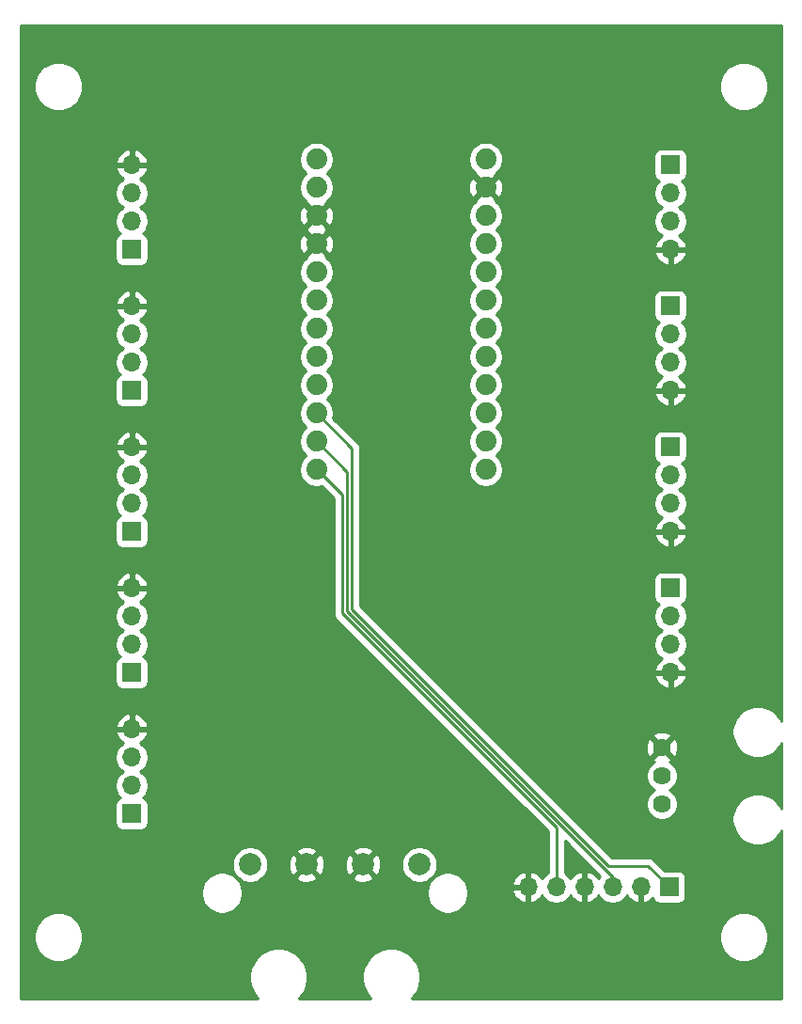
<source format=gbr>
%TF.GenerationSoftware,KiCad,Pcbnew,(5.1.7)-1*%
%TF.CreationDate,2020-11-16T09:35:31-07:00*%
%TF.ProjectId,RGB Controller,52474220-436f-46e7-9472-6f6c6c65722e,rev?*%
%TF.SameCoordinates,Original*%
%TF.FileFunction,Copper,L2,Bot*%
%TF.FilePolarity,Positive*%
%FSLAX46Y46*%
G04 Gerber Fmt 4.6, Leading zero omitted, Abs format (unit mm)*
G04 Created by KiCad (PCBNEW (5.1.7)-1) date 2020-11-16 09:35:31*
%MOMM*%
%LPD*%
G01*
G04 APERTURE LIST*
%TA.AperFunction,ComponentPad*%
%ADD10C,1.879600*%
%TD*%
%TA.AperFunction,ComponentPad*%
%ADD11O,1.700000X1.700000*%
%TD*%
%TA.AperFunction,ComponentPad*%
%ADD12R,1.700000X1.700000*%
%TD*%
%TA.AperFunction,ComponentPad*%
%ADD13C,1.624000*%
%TD*%
%TA.AperFunction,ComponentPad*%
%ADD14C,2.006600*%
%TD*%
%TA.AperFunction,ViaPad*%
%ADD15C,0.800000*%
%TD*%
%TA.AperFunction,Conductor*%
%ADD16C,0.254000*%
%TD*%
%TA.AperFunction,Conductor*%
%ADD17C,0.100000*%
%TD*%
G04 APERTURE END LIST*
D10*
%TO.P,B1,24*%
%TO.N,Net-(B1-Pad24)*%
X140970000Y-63500000D03*
%TO.P,B1,23*%
%TO.N,GND*%
X140970000Y-66040000D03*
%TO.P,B1,22*%
%TO.N,Net-(B1-Pad22)*%
X140970000Y-68580000D03*
%TO.P,B1,21*%
%TO.N,+5V*%
X140970000Y-71120000D03*
%TO.P,B1,20*%
%TO.N,/CH6*%
X140970000Y-73660000D03*
%TO.P,B1,19*%
%TO.N,/CH7*%
X140970000Y-76200000D03*
%TO.P,B1,18*%
%TO.N,/CH8*%
X140970000Y-78740000D03*
%TO.P,B1,17*%
%TO.N,/CH9*%
X140970000Y-81280000D03*
%TO.P,B1,16*%
%TO.N,/CH10*%
X140970000Y-83820000D03*
%TO.P,B1,15*%
%TO.N,Net-(B1-Pad15)*%
X140970000Y-86360000D03*
%TO.P,B1,14*%
%TO.N,Net-(B1-Pad14)*%
X140970000Y-88900000D03*
%TO.P,B1,13*%
%TO.N,Net-(B1-Pad13)*%
X140970000Y-91440000D03*
%TO.P,B1,12*%
%TO.N,/BUT3*%
X125730000Y-91440000D03*
%TO.P,B1,11*%
%TO.N,/BUT2*%
X125730000Y-88900000D03*
%TO.P,B1,10*%
%TO.N,/BUT1*%
X125730000Y-86360000D03*
%TO.P,B1,9*%
%TO.N,/CH5*%
X125730000Y-83820000D03*
%TO.P,B1,8*%
%TO.N,/CH4*%
X125730000Y-81280000D03*
%TO.P,B1,7*%
%TO.N,/CH3*%
X125730000Y-78740000D03*
%TO.P,B1,6*%
%TO.N,/CH2*%
X125730000Y-76200000D03*
%TO.P,B1,5*%
%TO.N,/CH1*%
X125730000Y-73660000D03*
%TO.P,B1,4*%
%TO.N,GND*%
X125730000Y-71120000D03*
%TO.P,B1,3*%
X125730000Y-68580000D03*
%TO.P,B1,2*%
%TO.N,Net-(B1-Pad2)*%
X125730000Y-66040000D03*
%TO.P,B1,1*%
%TO.N,Net-(B1-Pad1)*%
X125730000Y-63500000D03*
%TD*%
D11*
%TO.P,J1,6*%
%TO.N,GND*%
X144780000Y-129032000D03*
%TO.P,J1,5*%
%TO.N,/BUT3*%
X147320000Y-129032000D03*
%TO.P,J1,4*%
%TO.N,GND*%
X149860000Y-129032000D03*
%TO.P,J1,3*%
%TO.N,/BUT2*%
X152400000Y-129032000D03*
%TO.P,J1,2*%
%TO.N,GND*%
X154940000Y-129032000D03*
D12*
%TO.P,J1,1*%
%TO.N,/BUT1*%
X157480000Y-129032000D03*
%TD*%
D11*
%TO.P,J2,4*%
%TO.N,GND*%
X109093000Y-89408000D03*
%TO.P,J2,3*%
%TO.N,Net-(J2-Pad3)*%
X109093000Y-91948000D03*
%TO.P,J2,2*%
%TO.N,Net-(C12-Pad1)*%
X109093000Y-94488000D03*
D12*
%TO.P,J2,1*%
%TO.N,+5V*%
X109093000Y-97028000D03*
%TD*%
D11*
%TO.P,J3,4*%
%TO.N,GND*%
X109093000Y-102108000D03*
%TO.P,J3,3*%
%TO.N,Net-(J3-Pad3)*%
X109093000Y-104648000D03*
%TO.P,J3,2*%
%TO.N,Net-(C13-Pad1)*%
X109093000Y-107188000D03*
D12*
%TO.P,J3,1*%
%TO.N,+5V*%
X109093000Y-109728000D03*
%TD*%
D11*
%TO.P,J4,4*%
%TO.N,GND*%
X109093000Y-64008000D03*
%TO.P,J4,3*%
%TO.N,Net-(J4-Pad3)*%
X109093000Y-66548000D03*
%TO.P,J4,2*%
%TO.N,Net-(C14-Pad1)*%
X109093000Y-69088000D03*
D12*
%TO.P,J4,1*%
%TO.N,+5V*%
X109093000Y-71628000D03*
%TD*%
D11*
%TO.P,J5,4*%
%TO.N,GND*%
X109093000Y-76708000D03*
%TO.P,J5,3*%
%TO.N,Net-(J5-Pad3)*%
X109093000Y-79248000D03*
%TO.P,J5,2*%
%TO.N,Net-(C15-Pad1)*%
X109093000Y-81788000D03*
D12*
%TO.P,J5,1*%
%TO.N,+5V*%
X109093000Y-84328000D03*
%TD*%
D11*
%TO.P,J6,4*%
%TO.N,GND*%
X109093000Y-114808000D03*
%TO.P,J6,3*%
%TO.N,Net-(J6-Pad3)*%
X109093000Y-117348000D03*
%TO.P,J6,2*%
%TO.N,Net-(C16-Pad1)*%
X109093000Y-119888000D03*
D12*
%TO.P,J6,1*%
%TO.N,+5V*%
X109093000Y-122428000D03*
%TD*%
D11*
%TO.P,J7,4*%
%TO.N,GND*%
X157607000Y-71628000D03*
%TO.P,J7,3*%
%TO.N,Net-(J7-Pad3)*%
X157607000Y-69088000D03*
%TO.P,J7,2*%
%TO.N,Net-(C27-Pad1)*%
X157607000Y-66548000D03*
D12*
%TO.P,J7,1*%
%TO.N,+5V*%
X157607000Y-64008000D03*
%TD*%
D11*
%TO.P,J8,4*%
%TO.N,GND*%
X157607000Y-84328000D03*
%TO.P,J8,3*%
%TO.N,Net-(J8-Pad3)*%
X157607000Y-81788000D03*
%TO.P,J8,2*%
%TO.N,Net-(C28-Pad1)*%
X157607000Y-79248000D03*
D12*
%TO.P,J8,1*%
%TO.N,+5V*%
X157607000Y-76708000D03*
%TD*%
D11*
%TO.P,J9,4*%
%TO.N,GND*%
X157607000Y-97028000D03*
%TO.P,J9,3*%
%TO.N,Net-(J9-Pad3)*%
X157607000Y-94488000D03*
%TO.P,J9,2*%
%TO.N,Net-(C29-Pad1)*%
X157607000Y-91948000D03*
D12*
%TO.P,J9,1*%
%TO.N,+5V*%
X157607000Y-89408000D03*
%TD*%
D11*
%TO.P,J10,4*%
%TO.N,GND*%
X157607000Y-109728000D03*
%TO.P,J10,3*%
%TO.N,Net-(J10-Pad3)*%
X157607000Y-107188000D03*
%TO.P,J10,2*%
%TO.N,Net-(C30-Pad1)*%
X157607000Y-104648000D03*
D12*
%TO.P,J10,1*%
%TO.N,+5V*%
X157607000Y-102108000D03*
%TD*%
D13*
%TO.P,J11,1*%
%TO.N,+5V*%
X156845000Y-121539000D03*
%TO.P,J11,3*%
%TO.N,GND*%
X156845000Y-116459000D03*
%TO.P,J11,2*%
%TO.N,Net-(C31-Pad1)*%
X156845000Y-118999000D03*
%TD*%
D14*
%TO.P,J12,4*%
%TO.N,+5V*%
X135001000Y-127000000D03*
%TO.P,J12,3*%
%TO.N,GND*%
X129921000Y-127000000D03*
%TO.P,J12,2*%
X124841000Y-127000000D03*
%TO.P,J12,1*%
%TO.N,Net-(J12-Pad1)*%
X119761000Y-127000000D03*
%TD*%
D15*
%TO.N,GND*%
X155956000Y-125476000D03*
%TD*%
D16*
%TO.N,/BUT1*%
X125730000Y-86360000D02*
X128924020Y-89554020D01*
X128924020Y-89554020D02*
X128924020Y-104017888D01*
X128924020Y-104017888D02*
X152033132Y-127127000D01*
X155575000Y-127127000D02*
X157480000Y-129032000D01*
X152033132Y-127127000D02*
X155575000Y-127127000D01*
%TO.N,/BUT2*%
X152400000Y-129032000D02*
X152400000Y-128135934D01*
X128470010Y-91640010D02*
X125730000Y-88900000D01*
X128470010Y-104205944D02*
X128470010Y-91640010D01*
X152400000Y-128135934D02*
X128470010Y-104205944D01*
%TO.N,/BUT3*%
X125730000Y-91440000D02*
X128016000Y-93726000D01*
X128016000Y-93726000D02*
X128016000Y-104394000D01*
X147320000Y-123698000D02*
X147320000Y-129032000D01*
X128016000Y-104394000D02*
X147320000Y-123698000D01*
%TD*%
%TO.N,GND*%
X167615000Y-114099627D02*
X167554250Y-113952963D01*
X167298713Y-113570524D01*
X166973476Y-113245287D01*
X166591037Y-112989750D01*
X166166094Y-112813733D01*
X165714977Y-112724000D01*
X165255023Y-112724000D01*
X164803906Y-112813733D01*
X164378963Y-112989750D01*
X163996524Y-113245287D01*
X163671287Y-113570524D01*
X163415750Y-113952963D01*
X163239733Y-114377906D01*
X163150000Y-114829023D01*
X163150000Y-115288977D01*
X163239733Y-115740094D01*
X163415750Y-116165037D01*
X163671287Y-116547476D01*
X163996524Y-116872713D01*
X164378963Y-117128250D01*
X164803906Y-117304267D01*
X165255023Y-117394000D01*
X165714977Y-117394000D01*
X166166094Y-117304267D01*
X166591037Y-117128250D01*
X166973476Y-116872713D01*
X167298713Y-116547476D01*
X167554250Y-116165037D01*
X167615000Y-116018373D01*
X167615000Y-121979627D01*
X167554250Y-121832963D01*
X167298713Y-121450524D01*
X166973476Y-121125287D01*
X166591037Y-120869750D01*
X166166094Y-120693733D01*
X165714977Y-120604000D01*
X165255023Y-120604000D01*
X164803906Y-120693733D01*
X164378963Y-120869750D01*
X163996524Y-121125287D01*
X163671287Y-121450524D01*
X163415750Y-121832963D01*
X163239733Y-122257906D01*
X163150000Y-122709023D01*
X163150000Y-123168977D01*
X163239733Y-123620094D01*
X163415750Y-124045037D01*
X163671287Y-124427476D01*
X163996524Y-124752713D01*
X164378963Y-125008250D01*
X164803906Y-125184267D01*
X165255023Y-125274000D01*
X165714977Y-125274000D01*
X166166094Y-125184267D01*
X166591037Y-125008250D01*
X166973476Y-124752713D01*
X167298713Y-124427476D01*
X167554250Y-124045037D01*
X167615000Y-123898373D01*
X167615000Y-139040000D01*
X134298826Y-139040000D01*
X134503000Y-138835826D01*
X134790701Y-138405251D01*
X134988873Y-137926822D01*
X135089900Y-137418924D01*
X135089900Y-136901076D01*
X134988873Y-136393178D01*
X134790701Y-135914749D01*
X134503000Y-135484174D01*
X134136826Y-135118000D01*
X133706251Y-134830299D01*
X133227822Y-134632127D01*
X132719924Y-134531100D01*
X132202076Y-134531100D01*
X131694178Y-134632127D01*
X131215749Y-134830299D01*
X130785174Y-135118000D01*
X130419000Y-135484174D01*
X130131299Y-135914749D01*
X129933127Y-136393178D01*
X129832100Y-136901076D01*
X129832100Y-137418924D01*
X129933127Y-137926822D01*
X130131299Y-138405251D01*
X130419000Y-138835826D01*
X130623174Y-139040000D01*
X124138826Y-139040000D01*
X124343000Y-138835826D01*
X124630701Y-138405251D01*
X124828873Y-137926822D01*
X124929900Y-137418924D01*
X124929900Y-136901076D01*
X124828873Y-136393178D01*
X124630701Y-135914749D01*
X124343000Y-135484174D01*
X123976826Y-135118000D01*
X123546251Y-134830299D01*
X123067822Y-134632127D01*
X122559924Y-134531100D01*
X122042076Y-134531100D01*
X121534178Y-134632127D01*
X121055749Y-134830299D01*
X120625174Y-135118000D01*
X120259000Y-135484174D01*
X119971299Y-135914749D01*
X119773127Y-136393178D01*
X119672100Y-136901076D01*
X119672100Y-137418924D01*
X119773127Y-137926822D01*
X119971299Y-138405251D01*
X120259000Y-138835826D01*
X120463174Y-139040000D01*
X99085000Y-139040000D01*
X99085000Y-133333072D01*
X100254000Y-133333072D01*
X100254000Y-133773328D01*
X100339890Y-134205125D01*
X100508369Y-134611869D01*
X100752962Y-134977929D01*
X101064271Y-135289238D01*
X101430331Y-135533831D01*
X101837075Y-135702310D01*
X102268872Y-135788200D01*
X102709128Y-135788200D01*
X103140925Y-135702310D01*
X103547669Y-135533831D01*
X103913729Y-135289238D01*
X104225038Y-134977929D01*
X104469631Y-134611869D01*
X104638110Y-134205125D01*
X104724000Y-133773328D01*
X104724000Y-133333072D01*
X161976000Y-133333072D01*
X161976000Y-133773328D01*
X162061890Y-134205125D01*
X162230369Y-134611869D01*
X162474962Y-134977929D01*
X162786271Y-135289238D01*
X163152331Y-135533831D01*
X163559075Y-135702310D01*
X163990872Y-135788200D01*
X164431128Y-135788200D01*
X164862925Y-135702310D01*
X165269669Y-135533831D01*
X165635729Y-135289238D01*
X165947038Y-134977929D01*
X166191631Y-134611869D01*
X166360110Y-134205125D01*
X166446000Y-133773328D01*
X166446000Y-133333072D01*
X166360110Y-132901275D01*
X166191631Y-132494531D01*
X165947038Y-132128471D01*
X165635729Y-131817162D01*
X165269669Y-131572569D01*
X164862925Y-131404090D01*
X164431128Y-131318200D01*
X163990872Y-131318200D01*
X163559075Y-131404090D01*
X163152331Y-131572569D01*
X162786271Y-131817162D01*
X162474962Y-132128471D01*
X162230369Y-132494531D01*
X162061890Y-132901275D01*
X161976000Y-133333072D01*
X104724000Y-133333072D01*
X104638110Y-132901275D01*
X104469631Y-132494531D01*
X104225038Y-132128471D01*
X103913729Y-131817162D01*
X103547669Y-131572569D01*
X103140925Y-131404090D01*
X102709128Y-131318200D01*
X102268872Y-131318200D01*
X101837075Y-131404090D01*
X101430331Y-131572569D01*
X101064271Y-131817162D01*
X100752962Y-132128471D01*
X100508369Y-132494531D01*
X100339890Y-132901275D01*
X100254000Y-133333072D01*
X99085000Y-133333072D01*
X99085000Y-129354876D01*
X115341400Y-129354876D01*
X115341400Y-129725124D01*
X115413632Y-130088259D01*
X115555320Y-130430325D01*
X115761019Y-130738175D01*
X116022825Y-130999981D01*
X116330675Y-131205680D01*
X116672741Y-131347368D01*
X117035876Y-131419600D01*
X117406124Y-131419600D01*
X117769259Y-131347368D01*
X118111325Y-131205680D01*
X118419175Y-130999981D01*
X118680981Y-130738175D01*
X118886680Y-130430325D01*
X119028368Y-130088259D01*
X119100600Y-129725124D01*
X119100600Y-129354876D01*
X135661400Y-129354876D01*
X135661400Y-129725124D01*
X135733632Y-130088259D01*
X135875320Y-130430325D01*
X136081019Y-130738175D01*
X136342825Y-130999981D01*
X136650675Y-131205680D01*
X136992741Y-131347368D01*
X137355876Y-131419600D01*
X137726124Y-131419600D01*
X138089259Y-131347368D01*
X138431325Y-131205680D01*
X138739175Y-130999981D01*
X139000981Y-130738175D01*
X139206680Y-130430325D01*
X139348368Y-130088259D01*
X139420600Y-129725124D01*
X139420600Y-129388891D01*
X143338519Y-129388891D01*
X143435843Y-129663252D01*
X143584822Y-129913355D01*
X143779731Y-130129588D01*
X144013080Y-130303641D01*
X144275901Y-130428825D01*
X144423110Y-130473476D01*
X144653000Y-130352155D01*
X144653000Y-129159000D01*
X143459186Y-129159000D01*
X143338519Y-129388891D01*
X139420600Y-129388891D01*
X139420600Y-129354876D01*
X139348368Y-128991741D01*
X139217216Y-128675109D01*
X143338519Y-128675109D01*
X143459186Y-128905000D01*
X144653000Y-128905000D01*
X144653000Y-127711845D01*
X144423110Y-127590524D01*
X144275901Y-127635175D01*
X144013080Y-127760359D01*
X143779731Y-127934412D01*
X143584822Y-128150645D01*
X143435843Y-128400748D01*
X143338519Y-128675109D01*
X139217216Y-128675109D01*
X139206680Y-128649675D01*
X139000981Y-128341825D01*
X138739175Y-128080019D01*
X138431325Y-127874320D01*
X138089259Y-127732632D01*
X137726124Y-127660400D01*
X137355876Y-127660400D01*
X136992741Y-127732632D01*
X136650675Y-127874320D01*
X136342825Y-128080019D01*
X136081019Y-128341825D01*
X135875320Y-128649675D01*
X135733632Y-128991741D01*
X135661400Y-129354876D01*
X119100600Y-129354876D01*
X119028368Y-128991741D01*
X118886680Y-128649675D01*
X118680981Y-128341825D01*
X118419175Y-128080019D01*
X118111325Y-127874320D01*
X117769259Y-127732632D01*
X117406124Y-127660400D01*
X117035876Y-127660400D01*
X116672741Y-127732632D01*
X116330675Y-127874320D01*
X116022825Y-128080019D01*
X115761019Y-128341825D01*
X115555320Y-128649675D01*
X115413632Y-128991741D01*
X115341400Y-129354876D01*
X99085000Y-129354876D01*
X99085000Y-126838642D01*
X118122700Y-126838642D01*
X118122700Y-127161358D01*
X118185659Y-127477874D01*
X118309157Y-127776026D01*
X118488449Y-128044355D01*
X118716645Y-128272551D01*
X118984974Y-128451843D01*
X119283126Y-128575341D01*
X119599642Y-128638300D01*
X119922358Y-128638300D01*
X120238874Y-128575341D01*
X120537026Y-128451843D01*
X120805355Y-128272551D01*
X120940139Y-128137767D01*
X123882838Y-128137767D01*
X123979001Y-128402505D01*
X124269180Y-128543724D01*
X124581333Y-128625619D01*
X124903465Y-128645042D01*
X125223196Y-128601247D01*
X125528240Y-128495917D01*
X125702999Y-128402505D01*
X125799162Y-128137767D01*
X128962838Y-128137767D01*
X129059001Y-128402505D01*
X129349180Y-128543724D01*
X129661333Y-128625619D01*
X129983465Y-128645042D01*
X130303196Y-128601247D01*
X130608240Y-128495917D01*
X130782999Y-128402505D01*
X130879162Y-128137767D01*
X129921000Y-127179605D01*
X128962838Y-128137767D01*
X125799162Y-128137767D01*
X124841000Y-127179605D01*
X123882838Y-128137767D01*
X120940139Y-128137767D01*
X121033551Y-128044355D01*
X121212843Y-127776026D01*
X121336341Y-127477874D01*
X121399300Y-127161358D01*
X121399300Y-127062465D01*
X123195958Y-127062465D01*
X123239753Y-127382196D01*
X123345083Y-127687240D01*
X123438495Y-127861999D01*
X123703233Y-127958162D01*
X124661395Y-127000000D01*
X125020605Y-127000000D01*
X125978767Y-127958162D01*
X126243505Y-127861999D01*
X126384724Y-127571820D01*
X126466619Y-127259667D01*
X126478509Y-127062465D01*
X128275958Y-127062465D01*
X128319753Y-127382196D01*
X128425083Y-127687240D01*
X128518495Y-127861999D01*
X128783233Y-127958162D01*
X129741395Y-127000000D01*
X130100605Y-127000000D01*
X131058767Y-127958162D01*
X131323505Y-127861999D01*
X131464724Y-127571820D01*
X131546619Y-127259667D01*
X131566042Y-126937535D01*
X131552497Y-126838642D01*
X133362700Y-126838642D01*
X133362700Y-127161358D01*
X133425659Y-127477874D01*
X133549157Y-127776026D01*
X133728449Y-128044355D01*
X133956645Y-128272551D01*
X134224974Y-128451843D01*
X134523126Y-128575341D01*
X134839642Y-128638300D01*
X135162358Y-128638300D01*
X135478874Y-128575341D01*
X135777026Y-128451843D01*
X136045355Y-128272551D01*
X136273551Y-128044355D01*
X136452843Y-127776026D01*
X136576341Y-127477874D01*
X136639300Y-127161358D01*
X136639300Y-126838642D01*
X136576341Y-126522126D01*
X136452843Y-126223974D01*
X136273551Y-125955645D01*
X136045355Y-125727449D01*
X135777026Y-125548157D01*
X135478874Y-125424659D01*
X135162358Y-125361700D01*
X134839642Y-125361700D01*
X134523126Y-125424659D01*
X134224974Y-125548157D01*
X133956645Y-125727449D01*
X133728449Y-125955645D01*
X133549157Y-126223974D01*
X133425659Y-126522126D01*
X133362700Y-126838642D01*
X131552497Y-126838642D01*
X131522247Y-126617804D01*
X131416917Y-126312760D01*
X131323505Y-126138001D01*
X131058767Y-126041838D01*
X130100605Y-127000000D01*
X129741395Y-127000000D01*
X128783233Y-126041838D01*
X128518495Y-126138001D01*
X128377276Y-126428180D01*
X128295381Y-126740333D01*
X128275958Y-127062465D01*
X126478509Y-127062465D01*
X126486042Y-126937535D01*
X126442247Y-126617804D01*
X126336917Y-126312760D01*
X126243505Y-126138001D01*
X125978767Y-126041838D01*
X125020605Y-127000000D01*
X124661395Y-127000000D01*
X123703233Y-126041838D01*
X123438495Y-126138001D01*
X123297276Y-126428180D01*
X123215381Y-126740333D01*
X123195958Y-127062465D01*
X121399300Y-127062465D01*
X121399300Y-126838642D01*
X121336341Y-126522126D01*
X121212843Y-126223974D01*
X121033551Y-125955645D01*
X120940139Y-125862233D01*
X123882838Y-125862233D01*
X124841000Y-126820395D01*
X125799162Y-125862233D01*
X128962838Y-125862233D01*
X129921000Y-126820395D01*
X130879162Y-125862233D01*
X130782999Y-125597495D01*
X130492820Y-125456276D01*
X130180667Y-125374381D01*
X129858535Y-125354958D01*
X129538804Y-125398753D01*
X129233760Y-125504083D01*
X129059001Y-125597495D01*
X128962838Y-125862233D01*
X125799162Y-125862233D01*
X125702999Y-125597495D01*
X125412820Y-125456276D01*
X125100667Y-125374381D01*
X124778535Y-125354958D01*
X124458804Y-125398753D01*
X124153760Y-125504083D01*
X123979001Y-125597495D01*
X123882838Y-125862233D01*
X120940139Y-125862233D01*
X120805355Y-125727449D01*
X120537026Y-125548157D01*
X120238874Y-125424659D01*
X119922358Y-125361700D01*
X119599642Y-125361700D01*
X119283126Y-125424659D01*
X118984974Y-125548157D01*
X118716645Y-125727449D01*
X118488449Y-125955645D01*
X118309157Y-126223974D01*
X118185659Y-126522126D01*
X118122700Y-126838642D01*
X99085000Y-126838642D01*
X99085000Y-121578000D01*
X107604928Y-121578000D01*
X107604928Y-123278000D01*
X107617188Y-123402482D01*
X107653498Y-123522180D01*
X107712463Y-123632494D01*
X107791815Y-123729185D01*
X107888506Y-123808537D01*
X107998820Y-123867502D01*
X108118518Y-123903812D01*
X108243000Y-123916072D01*
X109943000Y-123916072D01*
X110067482Y-123903812D01*
X110187180Y-123867502D01*
X110297494Y-123808537D01*
X110394185Y-123729185D01*
X110473537Y-123632494D01*
X110532502Y-123522180D01*
X110568812Y-123402482D01*
X110581072Y-123278000D01*
X110581072Y-121578000D01*
X110568812Y-121453518D01*
X110532502Y-121333820D01*
X110473537Y-121223506D01*
X110394185Y-121126815D01*
X110297494Y-121047463D01*
X110187180Y-120988498D01*
X110114620Y-120966487D01*
X110246475Y-120834632D01*
X110408990Y-120591411D01*
X110520932Y-120321158D01*
X110578000Y-120034260D01*
X110578000Y-119741740D01*
X110520932Y-119454842D01*
X110408990Y-119184589D01*
X110246475Y-118941368D01*
X110039632Y-118734525D01*
X109865240Y-118618000D01*
X110039632Y-118501475D01*
X110246475Y-118294632D01*
X110408990Y-118051411D01*
X110520932Y-117781158D01*
X110578000Y-117494260D01*
X110578000Y-117201740D01*
X110520932Y-116914842D01*
X110408990Y-116644589D01*
X110246475Y-116401368D01*
X110039632Y-116194525D01*
X109857466Y-116072805D01*
X109974355Y-116003178D01*
X110190588Y-115808269D01*
X110364641Y-115574920D01*
X110489825Y-115312099D01*
X110534476Y-115164890D01*
X110413155Y-114935000D01*
X109220000Y-114935000D01*
X109220000Y-114955000D01*
X108966000Y-114955000D01*
X108966000Y-114935000D01*
X107772845Y-114935000D01*
X107651524Y-115164890D01*
X107696175Y-115312099D01*
X107821359Y-115574920D01*
X107995412Y-115808269D01*
X108211645Y-116003178D01*
X108328534Y-116072805D01*
X108146368Y-116194525D01*
X107939525Y-116401368D01*
X107777010Y-116644589D01*
X107665068Y-116914842D01*
X107608000Y-117201740D01*
X107608000Y-117494260D01*
X107665068Y-117781158D01*
X107777010Y-118051411D01*
X107939525Y-118294632D01*
X108146368Y-118501475D01*
X108320760Y-118618000D01*
X108146368Y-118734525D01*
X107939525Y-118941368D01*
X107777010Y-119184589D01*
X107665068Y-119454842D01*
X107608000Y-119741740D01*
X107608000Y-120034260D01*
X107665068Y-120321158D01*
X107777010Y-120591411D01*
X107939525Y-120834632D01*
X108071380Y-120966487D01*
X107998820Y-120988498D01*
X107888506Y-121047463D01*
X107791815Y-121126815D01*
X107712463Y-121223506D01*
X107653498Y-121333820D01*
X107617188Y-121453518D01*
X107604928Y-121578000D01*
X99085000Y-121578000D01*
X99085000Y-114451110D01*
X107651524Y-114451110D01*
X107772845Y-114681000D01*
X108966000Y-114681000D01*
X108966000Y-113487186D01*
X109220000Y-113487186D01*
X109220000Y-114681000D01*
X110413155Y-114681000D01*
X110534476Y-114451110D01*
X110489825Y-114303901D01*
X110364641Y-114041080D01*
X110190588Y-113807731D01*
X109974355Y-113612822D01*
X109724252Y-113463843D01*
X109449891Y-113366519D01*
X109220000Y-113487186D01*
X108966000Y-113487186D01*
X108736109Y-113366519D01*
X108461748Y-113463843D01*
X108211645Y-113612822D01*
X107995412Y-113807731D01*
X107821359Y-114041080D01*
X107696175Y-114303901D01*
X107651524Y-114451110D01*
X99085000Y-114451110D01*
X99085000Y-108878000D01*
X107604928Y-108878000D01*
X107604928Y-110578000D01*
X107617188Y-110702482D01*
X107653498Y-110822180D01*
X107712463Y-110932494D01*
X107791815Y-111029185D01*
X107888506Y-111108537D01*
X107998820Y-111167502D01*
X108118518Y-111203812D01*
X108243000Y-111216072D01*
X109943000Y-111216072D01*
X110067482Y-111203812D01*
X110187180Y-111167502D01*
X110297494Y-111108537D01*
X110394185Y-111029185D01*
X110473537Y-110932494D01*
X110532502Y-110822180D01*
X110568812Y-110702482D01*
X110581072Y-110578000D01*
X110581072Y-108878000D01*
X110568812Y-108753518D01*
X110532502Y-108633820D01*
X110473537Y-108523506D01*
X110394185Y-108426815D01*
X110297494Y-108347463D01*
X110187180Y-108288498D01*
X110114620Y-108266487D01*
X110246475Y-108134632D01*
X110408990Y-107891411D01*
X110520932Y-107621158D01*
X110578000Y-107334260D01*
X110578000Y-107041740D01*
X110520932Y-106754842D01*
X110408990Y-106484589D01*
X110246475Y-106241368D01*
X110039632Y-106034525D01*
X109865240Y-105918000D01*
X110039632Y-105801475D01*
X110246475Y-105594632D01*
X110408990Y-105351411D01*
X110520932Y-105081158D01*
X110578000Y-104794260D01*
X110578000Y-104501740D01*
X110520932Y-104214842D01*
X110408990Y-103944589D01*
X110246475Y-103701368D01*
X110039632Y-103494525D01*
X109857466Y-103372805D01*
X109974355Y-103303178D01*
X110190588Y-103108269D01*
X110364641Y-102874920D01*
X110489825Y-102612099D01*
X110534476Y-102464890D01*
X110413155Y-102235000D01*
X109220000Y-102235000D01*
X109220000Y-102255000D01*
X108966000Y-102255000D01*
X108966000Y-102235000D01*
X107772845Y-102235000D01*
X107651524Y-102464890D01*
X107696175Y-102612099D01*
X107821359Y-102874920D01*
X107995412Y-103108269D01*
X108211645Y-103303178D01*
X108328534Y-103372805D01*
X108146368Y-103494525D01*
X107939525Y-103701368D01*
X107777010Y-103944589D01*
X107665068Y-104214842D01*
X107608000Y-104501740D01*
X107608000Y-104794260D01*
X107665068Y-105081158D01*
X107777010Y-105351411D01*
X107939525Y-105594632D01*
X108146368Y-105801475D01*
X108320760Y-105918000D01*
X108146368Y-106034525D01*
X107939525Y-106241368D01*
X107777010Y-106484589D01*
X107665068Y-106754842D01*
X107608000Y-107041740D01*
X107608000Y-107334260D01*
X107665068Y-107621158D01*
X107777010Y-107891411D01*
X107939525Y-108134632D01*
X108071380Y-108266487D01*
X107998820Y-108288498D01*
X107888506Y-108347463D01*
X107791815Y-108426815D01*
X107712463Y-108523506D01*
X107653498Y-108633820D01*
X107617188Y-108753518D01*
X107604928Y-108878000D01*
X99085000Y-108878000D01*
X99085000Y-101751110D01*
X107651524Y-101751110D01*
X107772845Y-101981000D01*
X108966000Y-101981000D01*
X108966000Y-100787186D01*
X109220000Y-100787186D01*
X109220000Y-101981000D01*
X110413155Y-101981000D01*
X110534476Y-101751110D01*
X110489825Y-101603901D01*
X110364641Y-101341080D01*
X110190588Y-101107731D01*
X109974355Y-100912822D01*
X109724252Y-100763843D01*
X109449891Y-100666519D01*
X109220000Y-100787186D01*
X108966000Y-100787186D01*
X108736109Y-100666519D01*
X108461748Y-100763843D01*
X108211645Y-100912822D01*
X107995412Y-101107731D01*
X107821359Y-101341080D01*
X107696175Y-101603901D01*
X107651524Y-101751110D01*
X99085000Y-101751110D01*
X99085000Y-96178000D01*
X107604928Y-96178000D01*
X107604928Y-97878000D01*
X107617188Y-98002482D01*
X107653498Y-98122180D01*
X107712463Y-98232494D01*
X107791815Y-98329185D01*
X107888506Y-98408537D01*
X107998820Y-98467502D01*
X108118518Y-98503812D01*
X108243000Y-98516072D01*
X109943000Y-98516072D01*
X110067482Y-98503812D01*
X110187180Y-98467502D01*
X110297494Y-98408537D01*
X110394185Y-98329185D01*
X110473537Y-98232494D01*
X110532502Y-98122180D01*
X110568812Y-98002482D01*
X110581072Y-97878000D01*
X110581072Y-96178000D01*
X110568812Y-96053518D01*
X110532502Y-95933820D01*
X110473537Y-95823506D01*
X110394185Y-95726815D01*
X110297494Y-95647463D01*
X110187180Y-95588498D01*
X110114620Y-95566487D01*
X110246475Y-95434632D01*
X110408990Y-95191411D01*
X110520932Y-94921158D01*
X110578000Y-94634260D01*
X110578000Y-94341740D01*
X110520932Y-94054842D01*
X110408990Y-93784589D01*
X110246475Y-93541368D01*
X110039632Y-93334525D01*
X109865240Y-93218000D01*
X110039632Y-93101475D01*
X110246475Y-92894632D01*
X110408990Y-92651411D01*
X110520932Y-92381158D01*
X110578000Y-92094260D01*
X110578000Y-91801740D01*
X110520932Y-91514842D01*
X110408990Y-91244589D01*
X110246475Y-91001368D01*
X110039632Y-90794525D01*
X109857466Y-90672805D01*
X109974355Y-90603178D01*
X110190588Y-90408269D01*
X110364641Y-90174920D01*
X110489825Y-89912099D01*
X110534476Y-89764890D01*
X110413155Y-89535000D01*
X109220000Y-89535000D01*
X109220000Y-89555000D01*
X108966000Y-89555000D01*
X108966000Y-89535000D01*
X107772845Y-89535000D01*
X107651524Y-89764890D01*
X107696175Y-89912099D01*
X107821359Y-90174920D01*
X107995412Y-90408269D01*
X108211645Y-90603178D01*
X108328534Y-90672805D01*
X108146368Y-90794525D01*
X107939525Y-91001368D01*
X107777010Y-91244589D01*
X107665068Y-91514842D01*
X107608000Y-91801740D01*
X107608000Y-92094260D01*
X107665068Y-92381158D01*
X107777010Y-92651411D01*
X107939525Y-92894632D01*
X108146368Y-93101475D01*
X108320760Y-93218000D01*
X108146368Y-93334525D01*
X107939525Y-93541368D01*
X107777010Y-93784589D01*
X107665068Y-94054842D01*
X107608000Y-94341740D01*
X107608000Y-94634260D01*
X107665068Y-94921158D01*
X107777010Y-95191411D01*
X107939525Y-95434632D01*
X108071380Y-95566487D01*
X107998820Y-95588498D01*
X107888506Y-95647463D01*
X107791815Y-95726815D01*
X107712463Y-95823506D01*
X107653498Y-95933820D01*
X107617188Y-96053518D01*
X107604928Y-96178000D01*
X99085000Y-96178000D01*
X99085000Y-89051110D01*
X107651524Y-89051110D01*
X107772845Y-89281000D01*
X108966000Y-89281000D01*
X108966000Y-88087186D01*
X109220000Y-88087186D01*
X109220000Y-89281000D01*
X110413155Y-89281000D01*
X110534476Y-89051110D01*
X110489825Y-88903901D01*
X110364641Y-88641080D01*
X110190588Y-88407731D01*
X109974355Y-88212822D01*
X109724252Y-88063843D01*
X109449891Y-87966519D01*
X109220000Y-88087186D01*
X108966000Y-88087186D01*
X108736109Y-87966519D01*
X108461748Y-88063843D01*
X108211645Y-88212822D01*
X107995412Y-88407731D01*
X107821359Y-88641080D01*
X107696175Y-88903901D01*
X107651524Y-89051110D01*
X99085000Y-89051110D01*
X99085000Y-83478000D01*
X107604928Y-83478000D01*
X107604928Y-85178000D01*
X107617188Y-85302482D01*
X107653498Y-85422180D01*
X107712463Y-85532494D01*
X107791815Y-85629185D01*
X107888506Y-85708537D01*
X107998820Y-85767502D01*
X108118518Y-85803812D01*
X108243000Y-85816072D01*
X109943000Y-85816072D01*
X110067482Y-85803812D01*
X110187180Y-85767502D01*
X110297494Y-85708537D01*
X110394185Y-85629185D01*
X110473537Y-85532494D01*
X110532502Y-85422180D01*
X110568812Y-85302482D01*
X110581072Y-85178000D01*
X110581072Y-83478000D01*
X110568812Y-83353518D01*
X110532502Y-83233820D01*
X110473537Y-83123506D01*
X110394185Y-83026815D01*
X110297494Y-82947463D01*
X110187180Y-82888498D01*
X110114620Y-82866487D01*
X110246475Y-82734632D01*
X110408990Y-82491411D01*
X110520932Y-82221158D01*
X110578000Y-81934260D01*
X110578000Y-81641740D01*
X110520932Y-81354842D01*
X110408990Y-81084589D01*
X110246475Y-80841368D01*
X110039632Y-80634525D01*
X109865240Y-80518000D01*
X110039632Y-80401475D01*
X110246475Y-80194632D01*
X110408990Y-79951411D01*
X110520932Y-79681158D01*
X110578000Y-79394260D01*
X110578000Y-79101740D01*
X110520932Y-78814842D01*
X110408990Y-78544589D01*
X110246475Y-78301368D01*
X110039632Y-78094525D01*
X109857466Y-77972805D01*
X109974355Y-77903178D01*
X110190588Y-77708269D01*
X110364641Y-77474920D01*
X110489825Y-77212099D01*
X110534476Y-77064890D01*
X110413155Y-76835000D01*
X109220000Y-76835000D01*
X109220000Y-76855000D01*
X108966000Y-76855000D01*
X108966000Y-76835000D01*
X107772845Y-76835000D01*
X107651524Y-77064890D01*
X107696175Y-77212099D01*
X107821359Y-77474920D01*
X107995412Y-77708269D01*
X108211645Y-77903178D01*
X108328534Y-77972805D01*
X108146368Y-78094525D01*
X107939525Y-78301368D01*
X107777010Y-78544589D01*
X107665068Y-78814842D01*
X107608000Y-79101740D01*
X107608000Y-79394260D01*
X107665068Y-79681158D01*
X107777010Y-79951411D01*
X107939525Y-80194632D01*
X108146368Y-80401475D01*
X108320760Y-80518000D01*
X108146368Y-80634525D01*
X107939525Y-80841368D01*
X107777010Y-81084589D01*
X107665068Y-81354842D01*
X107608000Y-81641740D01*
X107608000Y-81934260D01*
X107665068Y-82221158D01*
X107777010Y-82491411D01*
X107939525Y-82734632D01*
X108071380Y-82866487D01*
X107998820Y-82888498D01*
X107888506Y-82947463D01*
X107791815Y-83026815D01*
X107712463Y-83123506D01*
X107653498Y-83233820D01*
X107617188Y-83353518D01*
X107604928Y-83478000D01*
X99085000Y-83478000D01*
X99085000Y-76351110D01*
X107651524Y-76351110D01*
X107772845Y-76581000D01*
X108966000Y-76581000D01*
X108966000Y-75387186D01*
X109220000Y-75387186D01*
X109220000Y-76581000D01*
X110413155Y-76581000D01*
X110534476Y-76351110D01*
X110489825Y-76203901D01*
X110364641Y-75941080D01*
X110190588Y-75707731D01*
X109974355Y-75512822D01*
X109724252Y-75363843D01*
X109449891Y-75266519D01*
X109220000Y-75387186D01*
X108966000Y-75387186D01*
X108736109Y-75266519D01*
X108461748Y-75363843D01*
X108211645Y-75512822D01*
X107995412Y-75707731D01*
X107821359Y-75941080D01*
X107696175Y-76203901D01*
X107651524Y-76351110D01*
X99085000Y-76351110D01*
X99085000Y-73504896D01*
X124155200Y-73504896D01*
X124155200Y-73815104D01*
X124215718Y-74119352D01*
X124334430Y-74405948D01*
X124506773Y-74663877D01*
X124726123Y-74883227D01*
X124796124Y-74930000D01*
X124726123Y-74976773D01*
X124506773Y-75196123D01*
X124334430Y-75454052D01*
X124215718Y-75740648D01*
X124155200Y-76044896D01*
X124155200Y-76355104D01*
X124215718Y-76659352D01*
X124334430Y-76945948D01*
X124506773Y-77203877D01*
X124726123Y-77423227D01*
X124796124Y-77470000D01*
X124726123Y-77516773D01*
X124506773Y-77736123D01*
X124334430Y-77994052D01*
X124215718Y-78280648D01*
X124155200Y-78584896D01*
X124155200Y-78895104D01*
X124215718Y-79199352D01*
X124334430Y-79485948D01*
X124506773Y-79743877D01*
X124726123Y-79963227D01*
X124796124Y-80010000D01*
X124726123Y-80056773D01*
X124506773Y-80276123D01*
X124334430Y-80534052D01*
X124215718Y-80820648D01*
X124155200Y-81124896D01*
X124155200Y-81435104D01*
X124215718Y-81739352D01*
X124334430Y-82025948D01*
X124506773Y-82283877D01*
X124726123Y-82503227D01*
X124796124Y-82550000D01*
X124726123Y-82596773D01*
X124506773Y-82816123D01*
X124334430Y-83074052D01*
X124215718Y-83360648D01*
X124155200Y-83664896D01*
X124155200Y-83975104D01*
X124215718Y-84279352D01*
X124334430Y-84565948D01*
X124506773Y-84823877D01*
X124726123Y-85043227D01*
X124796124Y-85090000D01*
X124726123Y-85136773D01*
X124506773Y-85356123D01*
X124334430Y-85614052D01*
X124215718Y-85900648D01*
X124155200Y-86204896D01*
X124155200Y-86515104D01*
X124215718Y-86819352D01*
X124334430Y-87105948D01*
X124506773Y-87363877D01*
X124726123Y-87583227D01*
X124796124Y-87630000D01*
X124726123Y-87676773D01*
X124506773Y-87896123D01*
X124334430Y-88154052D01*
X124215718Y-88440648D01*
X124155200Y-88744896D01*
X124155200Y-89055104D01*
X124215718Y-89359352D01*
X124334430Y-89645948D01*
X124506773Y-89903877D01*
X124726123Y-90123227D01*
X124796124Y-90170000D01*
X124726123Y-90216773D01*
X124506773Y-90436123D01*
X124334430Y-90694052D01*
X124215718Y-90980648D01*
X124155200Y-91284896D01*
X124155200Y-91595104D01*
X124215718Y-91899352D01*
X124334430Y-92185948D01*
X124506773Y-92443877D01*
X124726123Y-92663227D01*
X124984052Y-92835570D01*
X125270648Y-92954282D01*
X125574896Y-93014800D01*
X125885104Y-93014800D01*
X126170418Y-92958048D01*
X127254000Y-94041631D01*
X127254001Y-104356567D01*
X127250314Y-104394000D01*
X127265027Y-104543378D01*
X127308599Y-104687015D01*
X127379355Y-104819392D01*
X127450721Y-104906351D01*
X127474579Y-104935422D01*
X127503649Y-104959279D01*
X146558000Y-124013630D01*
X146558001Y-127755157D01*
X146373368Y-127878525D01*
X146166525Y-128085368D01*
X146044805Y-128267534D01*
X145975178Y-128150645D01*
X145780269Y-127934412D01*
X145546920Y-127760359D01*
X145284099Y-127635175D01*
X145136890Y-127590524D01*
X144907000Y-127711845D01*
X144907000Y-128905000D01*
X144927000Y-128905000D01*
X144927000Y-129159000D01*
X144907000Y-129159000D01*
X144907000Y-130352155D01*
X145136890Y-130473476D01*
X145284099Y-130428825D01*
X145546920Y-130303641D01*
X145780269Y-130129588D01*
X145975178Y-129913355D01*
X146044805Y-129796466D01*
X146166525Y-129978632D01*
X146373368Y-130185475D01*
X146616589Y-130347990D01*
X146886842Y-130459932D01*
X147173740Y-130517000D01*
X147466260Y-130517000D01*
X147753158Y-130459932D01*
X148023411Y-130347990D01*
X148266632Y-130185475D01*
X148473475Y-129978632D01*
X148595195Y-129796466D01*
X148664822Y-129913355D01*
X148859731Y-130129588D01*
X149093080Y-130303641D01*
X149355901Y-130428825D01*
X149503110Y-130473476D01*
X149733000Y-130352155D01*
X149733000Y-129159000D01*
X149713000Y-129159000D01*
X149713000Y-128905000D01*
X149733000Y-128905000D01*
X149733000Y-127711845D01*
X149503110Y-127590524D01*
X149355901Y-127635175D01*
X149093080Y-127760359D01*
X148859731Y-127934412D01*
X148664822Y-128150645D01*
X148595195Y-128267534D01*
X148473475Y-128085368D01*
X148266632Y-127878525D01*
X148082000Y-127755158D01*
X148082000Y-124895565D01*
X151259164Y-128072729D01*
X151246525Y-128085368D01*
X151124805Y-128267534D01*
X151055178Y-128150645D01*
X150860269Y-127934412D01*
X150626920Y-127760359D01*
X150364099Y-127635175D01*
X150216890Y-127590524D01*
X149987000Y-127711845D01*
X149987000Y-128905000D01*
X150007000Y-128905000D01*
X150007000Y-129159000D01*
X149987000Y-129159000D01*
X149987000Y-130352155D01*
X150216890Y-130473476D01*
X150364099Y-130428825D01*
X150626920Y-130303641D01*
X150860269Y-130129588D01*
X151055178Y-129913355D01*
X151124805Y-129796466D01*
X151246525Y-129978632D01*
X151453368Y-130185475D01*
X151696589Y-130347990D01*
X151966842Y-130459932D01*
X152253740Y-130517000D01*
X152546260Y-130517000D01*
X152833158Y-130459932D01*
X153103411Y-130347990D01*
X153346632Y-130185475D01*
X153553475Y-129978632D01*
X153675195Y-129796466D01*
X153744822Y-129913355D01*
X153939731Y-130129588D01*
X154173080Y-130303641D01*
X154435901Y-130428825D01*
X154583110Y-130473476D01*
X154813000Y-130352155D01*
X154813000Y-129159000D01*
X154793000Y-129159000D01*
X154793000Y-128905000D01*
X154813000Y-128905000D01*
X154813000Y-128885000D01*
X155067000Y-128885000D01*
X155067000Y-128905000D01*
X155087000Y-128905000D01*
X155087000Y-129159000D01*
X155067000Y-129159000D01*
X155067000Y-130352155D01*
X155296890Y-130473476D01*
X155444099Y-130428825D01*
X155706920Y-130303641D01*
X155940269Y-130129588D01*
X156016034Y-130045534D01*
X156040498Y-130126180D01*
X156099463Y-130236494D01*
X156178815Y-130333185D01*
X156275506Y-130412537D01*
X156385820Y-130471502D01*
X156505518Y-130507812D01*
X156630000Y-130520072D01*
X158330000Y-130520072D01*
X158454482Y-130507812D01*
X158574180Y-130471502D01*
X158684494Y-130412537D01*
X158781185Y-130333185D01*
X158860537Y-130236494D01*
X158919502Y-130126180D01*
X158955812Y-130006482D01*
X158968072Y-129882000D01*
X158968072Y-128182000D01*
X158955812Y-128057518D01*
X158919502Y-127937820D01*
X158860537Y-127827506D01*
X158781185Y-127730815D01*
X158684494Y-127651463D01*
X158574180Y-127592498D01*
X158454482Y-127556188D01*
X158330000Y-127543928D01*
X157069559Y-127543928D01*
X156140284Y-126614654D01*
X156116422Y-126585578D01*
X156000392Y-126490355D01*
X155868015Y-126419598D01*
X155724378Y-126376026D01*
X155612426Y-126365000D01*
X155612423Y-126365000D01*
X155575000Y-126361314D01*
X155537577Y-126365000D01*
X152348762Y-126365000D01*
X144840245Y-118856483D01*
X155398000Y-118856483D01*
X155398000Y-119141517D01*
X155453608Y-119421074D01*
X155562686Y-119684411D01*
X155721042Y-119921408D01*
X155922592Y-120122958D01*
X156141160Y-120269000D01*
X155922592Y-120415042D01*
X155721042Y-120616592D01*
X155562686Y-120853589D01*
X155453608Y-121116926D01*
X155398000Y-121396483D01*
X155398000Y-121681517D01*
X155453608Y-121961074D01*
X155562686Y-122224411D01*
X155721042Y-122461408D01*
X155922592Y-122662958D01*
X156159589Y-122821314D01*
X156422926Y-122930392D01*
X156702483Y-122986000D01*
X156987517Y-122986000D01*
X157267074Y-122930392D01*
X157530411Y-122821314D01*
X157767408Y-122662958D01*
X157968958Y-122461408D01*
X158127314Y-122224411D01*
X158236392Y-121961074D01*
X158292000Y-121681517D01*
X158292000Y-121396483D01*
X158236392Y-121116926D01*
X158127314Y-120853589D01*
X157968958Y-120616592D01*
X157767408Y-120415042D01*
X157548840Y-120269000D01*
X157767408Y-120122958D01*
X157968958Y-119921408D01*
X158127314Y-119684411D01*
X158236392Y-119421074D01*
X158292000Y-119141517D01*
X158292000Y-118856483D01*
X158236392Y-118576926D01*
X158127314Y-118313589D01*
X157968958Y-118076592D01*
X157767408Y-117875042D01*
X157549177Y-117729225D01*
X157593629Y-117705464D01*
X157666665Y-117460270D01*
X156845000Y-116638605D01*
X156023335Y-117460270D01*
X156096371Y-117705464D01*
X156143176Y-117727653D01*
X155922592Y-117875042D01*
X155721042Y-118076592D01*
X155562686Y-118313589D01*
X155453608Y-118576926D01*
X155398000Y-118856483D01*
X144840245Y-118856483D01*
X142512798Y-116529036D01*
X155392686Y-116529036D01*
X155434256Y-116811023D01*
X155530039Y-117079482D01*
X155598536Y-117207629D01*
X155843730Y-117280665D01*
X156665395Y-116459000D01*
X157024605Y-116459000D01*
X157846270Y-117280665D01*
X158091464Y-117207629D01*
X158213564Y-116950072D01*
X158283071Y-116673642D01*
X158297314Y-116388964D01*
X158255744Y-116106977D01*
X158159961Y-115838518D01*
X158091464Y-115710371D01*
X157846270Y-115637335D01*
X157024605Y-116459000D01*
X156665395Y-116459000D01*
X155843730Y-115637335D01*
X155598536Y-115710371D01*
X155476436Y-115967928D01*
X155406929Y-116244358D01*
X155392686Y-116529036D01*
X142512798Y-116529036D01*
X141441492Y-115457730D01*
X156023335Y-115457730D01*
X156845000Y-116279395D01*
X157666665Y-115457730D01*
X157593629Y-115212536D01*
X157336072Y-115090436D01*
X157059642Y-115020929D01*
X156774964Y-115006686D01*
X156492977Y-115048256D01*
X156224518Y-115144039D01*
X156096371Y-115212536D01*
X156023335Y-115457730D01*
X141441492Y-115457730D01*
X136068652Y-110084890D01*
X156165524Y-110084890D01*
X156210175Y-110232099D01*
X156335359Y-110494920D01*
X156509412Y-110728269D01*
X156725645Y-110923178D01*
X156975748Y-111072157D01*
X157250109Y-111169481D01*
X157480000Y-111048814D01*
X157480000Y-109855000D01*
X157734000Y-109855000D01*
X157734000Y-111048814D01*
X157963891Y-111169481D01*
X158238252Y-111072157D01*
X158488355Y-110923178D01*
X158704588Y-110728269D01*
X158878641Y-110494920D01*
X159003825Y-110232099D01*
X159048476Y-110084890D01*
X158927155Y-109855000D01*
X157734000Y-109855000D01*
X157480000Y-109855000D01*
X156286845Y-109855000D01*
X156165524Y-110084890D01*
X136068652Y-110084890D01*
X129686020Y-103702258D01*
X129686020Y-101258000D01*
X156118928Y-101258000D01*
X156118928Y-102958000D01*
X156131188Y-103082482D01*
X156167498Y-103202180D01*
X156226463Y-103312494D01*
X156305815Y-103409185D01*
X156402506Y-103488537D01*
X156512820Y-103547502D01*
X156585380Y-103569513D01*
X156453525Y-103701368D01*
X156291010Y-103944589D01*
X156179068Y-104214842D01*
X156122000Y-104501740D01*
X156122000Y-104794260D01*
X156179068Y-105081158D01*
X156291010Y-105351411D01*
X156453525Y-105594632D01*
X156660368Y-105801475D01*
X156834760Y-105918000D01*
X156660368Y-106034525D01*
X156453525Y-106241368D01*
X156291010Y-106484589D01*
X156179068Y-106754842D01*
X156122000Y-107041740D01*
X156122000Y-107334260D01*
X156179068Y-107621158D01*
X156291010Y-107891411D01*
X156453525Y-108134632D01*
X156660368Y-108341475D01*
X156842534Y-108463195D01*
X156725645Y-108532822D01*
X156509412Y-108727731D01*
X156335359Y-108961080D01*
X156210175Y-109223901D01*
X156165524Y-109371110D01*
X156286845Y-109601000D01*
X157480000Y-109601000D01*
X157480000Y-109581000D01*
X157734000Y-109581000D01*
X157734000Y-109601000D01*
X158927155Y-109601000D01*
X159048476Y-109371110D01*
X159003825Y-109223901D01*
X158878641Y-108961080D01*
X158704588Y-108727731D01*
X158488355Y-108532822D01*
X158371466Y-108463195D01*
X158553632Y-108341475D01*
X158760475Y-108134632D01*
X158922990Y-107891411D01*
X159034932Y-107621158D01*
X159092000Y-107334260D01*
X159092000Y-107041740D01*
X159034932Y-106754842D01*
X158922990Y-106484589D01*
X158760475Y-106241368D01*
X158553632Y-106034525D01*
X158379240Y-105918000D01*
X158553632Y-105801475D01*
X158760475Y-105594632D01*
X158922990Y-105351411D01*
X159034932Y-105081158D01*
X159092000Y-104794260D01*
X159092000Y-104501740D01*
X159034932Y-104214842D01*
X158922990Y-103944589D01*
X158760475Y-103701368D01*
X158628620Y-103569513D01*
X158701180Y-103547502D01*
X158811494Y-103488537D01*
X158908185Y-103409185D01*
X158987537Y-103312494D01*
X159046502Y-103202180D01*
X159082812Y-103082482D01*
X159095072Y-102958000D01*
X159095072Y-101258000D01*
X159082812Y-101133518D01*
X159046502Y-101013820D01*
X158987537Y-100903506D01*
X158908185Y-100806815D01*
X158811494Y-100727463D01*
X158701180Y-100668498D01*
X158581482Y-100632188D01*
X158457000Y-100619928D01*
X156757000Y-100619928D01*
X156632518Y-100632188D01*
X156512820Y-100668498D01*
X156402506Y-100727463D01*
X156305815Y-100806815D01*
X156226463Y-100903506D01*
X156167498Y-101013820D01*
X156131188Y-101133518D01*
X156118928Y-101258000D01*
X129686020Y-101258000D01*
X129686020Y-97384890D01*
X156165524Y-97384890D01*
X156210175Y-97532099D01*
X156335359Y-97794920D01*
X156509412Y-98028269D01*
X156725645Y-98223178D01*
X156975748Y-98372157D01*
X157250109Y-98469481D01*
X157480000Y-98348814D01*
X157480000Y-97155000D01*
X157734000Y-97155000D01*
X157734000Y-98348814D01*
X157963891Y-98469481D01*
X158238252Y-98372157D01*
X158488355Y-98223178D01*
X158704588Y-98028269D01*
X158878641Y-97794920D01*
X159003825Y-97532099D01*
X159048476Y-97384890D01*
X158927155Y-97155000D01*
X157734000Y-97155000D01*
X157480000Y-97155000D01*
X156286845Y-97155000D01*
X156165524Y-97384890D01*
X129686020Y-97384890D01*
X129686020Y-89591442D01*
X129689706Y-89554019D01*
X129686020Y-89516594D01*
X129674994Y-89404642D01*
X129631422Y-89261005D01*
X129560665Y-89128628D01*
X129465442Y-89012598D01*
X129436373Y-88988742D01*
X127248048Y-86800418D01*
X127304800Y-86515104D01*
X127304800Y-86204896D01*
X127244282Y-85900648D01*
X127125570Y-85614052D01*
X126953227Y-85356123D01*
X126733877Y-85136773D01*
X126663876Y-85090000D01*
X126733877Y-85043227D01*
X126953227Y-84823877D01*
X127125570Y-84565948D01*
X127244282Y-84279352D01*
X127304800Y-83975104D01*
X127304800Y-83664896D01*
X127244282Y-83360648D01*
X127125570Y-83074052D01*
X126953227Y-82816123D01*
X126733877Y-82596773D01*
X126663876Y-82550000D01*
X126733877Y-82503227D01*
X126953227Y-82283877D01*
X127125570Y-82025948D01*
X127244282Y-81739352D01*
X127304800Y-81435104D01*
X127304800Y-81124896D01*
X127244282Y-80820648D01*
X127125570Y-80534052D01*
X126953227Y-80276123D01*
X126733877Y-80056773D01*
X126663876Y-80010000D01*
X126733877Y-79963227D01*
X126953227Y-79743877D01*
X127125570Y-79485948D01*
X127244282Y-79199352D01*
X127304800Y-78895104D01*
X127304800Y-78584896D01*
X127244282Y-78280648D01*
X127125570Y-77994052D01*
X126953227Y-77736123D01*
X126733877Y-77516773D01*
X126663876Y-77470000D01*
X126733877Y-77423227D01*
X126953227Y-77203877D01*
X127125570Y-76945948D01*
X127244282Y-76659352D01*
X127304800Y-76355104D01*
X127304800Y-76044896D01*
X127244282Y-75740648D01*
X127125570Y-75454052D01*
X126953227Y-75196123D01*
X126733877Y-74976773D01*
X126663876Y-74930000D01*
X126733877Y-74883227D01*
X126953227Y-74663877D01*
X127125570Y-74405948D01*
X127244282Y-74119352D01*
X127304800Y-73815104D01*
X127304800Y-73504896D01*
X127244282Y-73200648D01*
X127125570Y-72914052D01*
X126953227Y-72656123D01*
X126733877Y-72436773D01*
X126597286Y-72345505D01*
X126642871Y-72212476D01*
X125730000Y-71299605D01*
X124817129Y-72212476D01*
X124862714Y-72345505D01*
X124726123Y-72436773D01*
X124506773Y-72656123D01*
X124334430Y-72914052D01*
X124215718Y-73200648D01*
X124155200Y-73504896D01*
X99085000Y-73504896D01*
X99085000Y-70778000D01*
X107604928Y-70778000D01*
X107604928Y-72478000D01*
X107617188Y-72602482D01*
X107653498Y-72722180D01*
X107712463Y-72832494D01*
X107791815Y-72929185D01*
X107888506Y-73008537D01*
X107998820Y-73067502D01*
X108118518Y-73103812D01*
X108243000Y-73116072D01*
X109943000Y-73116072D01*
X110067482Y-73103812D01*
X110187180Y-73067502D01*
X110297494Y-73008537D01*
X110394185Y-72929185D01*
X110473537Y-72832494D01*
X110532502Y-72722180D01*
X110568812Y-72602482D01*
X110581072Y-72478000D01*
X110581072Y-71184977D01*
X124148916Y-71184977D01*
X124191973Y-71492184D01*
X124294135Y-71785086D01*
X124379277Y-71944377D01*
X124637524Y-72032871D01*
X125550395Y-71120000D01*
X125909605Y-71120000D01*
X126822476Y-72032871D01*
X127080723Y-71944377D01*
X127215597Y-71665024D01*
X127293381Y-71364725D01*
X127311084Y-71055023D01*
X127268027Y-70747816D01*
X127165865Y-70454914D01*
X127080723Y-70295623D01*
X126822476Y-70207129D01*
X125909605Y-71120000D01*
X125550395Y-71120000D01*
X124637524Y-70207129D01*
X124379277Y-70295623D01*
X124244403Y-70574976D01*
X124166619Y-70875275D01*
X124148916Y-71184977D01*
X110581072Y-71184977D01*
X110581072Y-70778000D01*
X110568812Y-70653518D01*
X110532502Y-70533820D01*
X110473537Y-70423506D01*
X110394185Y-70326815D01*
X110297494Y-70247463D01*
X110187180Y-70188498D01*
X110114620Y-70166487D01*
X110246475Y-70034632D01*
X110408990Y-69791411D01*
X110458254Y-69672476D01*
X124817129Y-69672476D01*
X124877961Y-69850000D01*
X124817129Y-70027524D01*
X125730000Y-70940395D01*
X126642871Y-70027524D01*
X126582039Y-69850000D01*
X126642871Y-69672476D01*
X125730000Y-68759605D01*
X124817129Y-69672476D01*
X110458254Y-69672476D01*
X110520932Y-69521158D01*
X110578000Y-69234260D01*
X110578000Y-68941740D01*
X110520932Y-68654842D01*
X110516846Y-68644977D01*
X124148916Y-68644977D01*
X124191973Y-68952184D01*
X124294135Y-69245086D01*
X124379277Y-69404377D01*
X124637524Y-69492871D01*
X125550395Y-68580000D01*
X125909605Y-68580000D01*
X126822476Y-69492871D01*
X127080723Y-69404377D01*
X127215597Y-69125024D01*
X127293381Y-68824725D01*
X127311084Y-68515023D01*
X127298453Y-68424896D01*
X139395200Y-68424896D01*
X139395200Y-68735104D01*
X139455718Y-69039352D01*
X139574430Y-69325948D01*
X139746773Y-69583877D01*
X139966123Y-69803227D01*
X140036124Y-69850000D01*
X139966123Y-69896773D01*
X139746773Y-70116123D01*
X139574430Y-70374052D01*
X139455718Y-70660648D01*
X139395200Y-70964896D01*
X139395200Y-71275104D01*
X139455718Y-71579352D01*
X139574430Y-71865948D01*
X139746773Y-72123877D01*
X139966123Y-72343227D01*
X140036124Y-72390000D01*
X139966123Y-72436773D01*
X139746773Y-72656123D01*
X139574430Y-72914052D01*
X139455718Y-73200648D01*
X139395200Y-73504896D01*
X139395200Y-73815104D01*
X139455718Y-74119352D01*
X139574430Y-74405948D01*
X139746773Y-74663877D01*
X139966123Y-74883227D01*
X140036124Y-74930000D01*
X139966123Y-74976773D01*
X139746773Y-75196123D01*
X139574430Y-75454052D01*
X139455718Y-75740648D01*
X139395200Y-76044896D01*
X139395200Y-76355104D01*
X139455718Y-76659352D01*
X139574430Y-76945948D01*
X139746773Y-77203877D01*
X139966123Y-77423227D01*
X140036124Y-77470000D01*
X139966123Y-77516773D01*
X139746773Y-77736123D01*
X139574430Y-77994052D01*
X139455718Y-78280648D01*
X139395200Y-78584896D01*
X139395200Y-78895104D01*
X139455718Y-79199352D01*
X139574430Y-79485948D01*
X139746773Y-79743877D01*
X139966123Y-79963227D01*
X140036124Y-80010000D01*
X139966123Y-80056773D01*
X139746773Y-80276123D01*
X139574430Y-80534052D01*
X139455718Y-80820648D01*
X139395200Y-81124896D01*
X139395200Y-81435104D01*
X139455718Y-81739352D01*
X139574430Y-82025948D01*
X139746773Y-82283877D01*
X139966123Y-82503227D01*
X140036124Y-82550000D01*
X139966123Y-82596773D01*
X139746773Y-82816123D01*
X139574430Y-83074052D01*
X139455718Y-83360648D01*
X139395200Y-83664896D01*
X139395200Y-83975104D01*
X139455718Y-84279352D01*
X139574430Y-84565948D01*
X139746773Y-84823877D01*
X139966123Y-85043227D01*
X140036124Y-85090000D01*
X139966123Y-85136773D01*
X139746773Y-85356123D01*
X139574430Y-85614052D01*
X139455718Y-85900648D01*
X139395200Y-86204896D01*
X139395200Y-86515104D01*
X139455718Y-86819352D01*
X139574430Y-87105948D01*
X139746773Y-87363877D01*
X139966123Y-87583227D01*
X140036124Y-87630000D01*
X139966123Y-87676773D01*
X139746773Y-87896123D01*
X139574430Y-88154052D01*
X139455718Y-88440648D01*
X139395200Y-88744896D01*
X139395200Y-89055104D01*
X139455718Y-89359352D01*
X139574430Y-89645948D01*
X139746773Y-89903877D01*
X139966123Y-90123227D01*
X140036124Y-90170000D01*
X139966123Y-90216773D01*
X139746773Y-90436123D01*
X139574430Y-90694052D01*
X139455718Y-90980648D01*
X139395200Y-91284896D01*
X139395200Y-91595104D01*
X139455718Y-91899352D01*
X139574430Y-92185948D01*
X139746773Y-92443877D01*
X139966123Y-92663227D01*
X140224052Y-92835570D01*
X140510648Y-92954282D01*
X140814896Y-93014800D01*
X141125104Y-93014800D01*
X141429352Y-92954282D01*
X141715948Y-92835570D01*
X141973877Y-92663227D01*
X142193227Y-92443877D01*
X142365570Y-92185948D01*
X142484282Y-91899352D01*
X142544800Y-91595104D01*
X142544800Y-91284896D01*
X142484282Y-90980648D01*
X142365570Y-90694052D01*
X142193227Y-90436123D01*
X141973877Y-90216773D01*
X141903876Y-90170000D01*
X141973877Y-90123227D01*
X142193227Y-89903877D01*
X142365570Y-89645948D01*
X142484282Y-89359352D01*
X142544800Y-89055104D01*
X142544800Y-88744896D01*
X142507625Y-88558000D01*
X156118928Y-88558000D01*
X156118928Y-90258000D01*
X156131188Y-90382482D01*
X156167498Y-90502180D01*
X156226463Y-90612494D01*
X156305815Y-90709185D01*
X156402506Y-90788537D01*
X156512820Y-90847502D01*
X156585380Y-90869513D01*
X156453525Y-91001368D01*
X156291010Y-91244589D01*
X156179068Y-91514842D01*
X156122000Y-91801740D01*
X156122000Y-92094260D01*
X156179068Y-92381158D01*
X156291010Y-92651411D01*
X156453525Y-92894632D01*
X156660368Y-93101475D01*
X156834760Y-93218000D01*
X156660368Y-93334525D01*
X156453525Y-93541368D01*
X156291010Y-93784589D01*
X156179068Y-94054842D01*
X156122000Y-94341740D01*
X156122000Y-94634260D01*
X156179068Y-94921158D01*
X156291010Y-95191411D01*
X156453525Y-95434632D01*
X156660368Y-95641475D01*
X156842534Y-95763195D01*
X156725645Y-95832822D01*
X156509412Y-96027731D01*
X156335359Y-96261080D01*
X156210175Y-96523901D01*
X156165524Y-96671110D01*
X156286845Y-96901000D01*
X157480000Y-96901000D01*
X157480000Y-96881000D01*
X157734000Y-96881000D01*
X157734000Y-96901000D01*
X158927155Y-96901000D01*
X159048476Y-96671110D01*
X159003825Y-96523901D01*
X158878641Y-96261080D01*
X158704588Y-96027731D01*
X158488355Y-95832822D01*
X158371466Y-95763195D01*
X158553632Y-95641475D01*
X158760475Y-95434632D01*
X158922990Y-95191411D01*
X159034932Y-94921158D01*
X159092000Y-94634260D01*
X159092000Y-94341740D01*
X159034932Y-94054842D01*
X158922990Y-93784589D01*
X158760475Y-93541368D01*
X158553632Y-93334525D01*
X158379240Y-93218000D01*
X158553632Y-93101475D01*
X158760475Y-92894632D01*
X158922990Y-92651411D01*
X159034932Y-92381158D01*
X159092000Y-92094260D01*
X159092000Y-91801740D01*
X159034932Y-91514842D01*
X158922990Y-91244589D01*
X158760475Y-91001368D01*
X158628620Y-90869513D01*
X158701180Y-90847502D01*
X158811494Y-90788537D01*
X158908185Y-90709185D01*
X158987537Y-90612494D01*
X159046502Y-90502180D01*
X159082812Y-90382482D01*
X159095072Y-90258000D01*
X159095072Y-88558000D01*
X159082812Y-88433518D01*
X159046502Y-88313820D01*
X158987537Y-88203506D01*
X158908185Y-88106815D01*
X158811494Y-88027463D01*
X158701180Y-87968498D01*
X158581482Y-87932188D01*
X158457000Y-87919928D01*
X156757000Y-87919928D01*
X156632518Y-87932188D01*
X156512820Y-87968498D01*
X156402506Y-88027463D01*
X156305815Y-88106815D01*
X156226463Y-88203506D01*
X156167498Y-88313820D01*
X156131188Y-88433518D01*
X156118928Y-88558000D01*
X142507625Y-88558000D01*
X142484282Y-88440648D01*
X142365570Y-88154052D01*
X142193227Y-87896123D01*
X141973877Y-87676773D01*
X141903876Y-87630000D01*
X141973877Y-87583227D01*
X142193227Y-87363877D01*
X142365570Y-87105948D01*
X142484282Y-86819352D01*
X142544800Y-86515104D01*
X142544800Y-86204896D01*
X142484282Y-85900648D01*
X142365570Y-85614052D01*
X142193227Y-85356123D01*
X141973877Y-85136773D01*
X141903876Y-85090000D01*
X141973877Y-85043227D01*
X142193227Y-84823877D01*
X142286095Y-84684890D01*
X156165524Y-84684890D01*
X156210175Y-84832099D01*
X156335359Y-85094920D01*
X156509412Y-85328269D01*
X156725645Y-85523178D01*
X156975748Y-85672157D01*
X157250109Y-85769481D01*
X157480000Y-85648814D01*
X157480000Y-84455000D01*
X157734000Y-84455000D01*
X157734000Y-85648814D01*
X157963891Y-85769481D01*
X158238252Y-85672157D01*
X158488355Y-85523178D01*
X158704588Y-85328269D01*
X158878641Y-85094920D01*
X159003825Y-84832099D01*
X159048476Y-84684890D01*
X158927155Y-84455000D01*
X157734000Y-84455000D01*
X157480000Y-84455000D01*
X156286845Y-84455000D01*
X156165524Y-84684890D01*
X142286095Y-84684890D01*
X142365570Y-84565948D01*
X142484282Y-84279352D01*
X142544800Y-83975104D01*
X142544800Y-83664896D01*
X142484282Y-83360648D01*
X142365570Y-83074052D01*
X142193227Y-82816123D01*
X141973877Y-82596773D01*
X141903876Y-82550000D01*
X141973877Y-82503227D01*
X142193227Y-82283877D01*
X142365570Y-82025948D01*
X142484282Y-81739352D01*
X142544800Y-81435104D01*
X142544800Y-81124896D01*
X142484282Y-80820648D01*
X142365570Y-80534052D01*
X142193227Y-80276123D01*
X141973877Y-80056773D01*
X141903876Y-80010000D01*
X141973877Y-79963227D01*
X142193227Y-79743877D01*
X142365570Y-79485948D01*
X142484282Y-79199352D01*
X142544800Y-78895104D01*
X142544800Y-78584896D01*
X142484282Y-78280648D01*
X142365570Y-77994052D01*
X142193227Y-77736123D01*
X141973877Y-77516773D01*
X141903876Y-77470000D01*
X141973877Y-77423227D01*
X142193227Y-77203877D01*
X142365570Y-76945948D01*
X142484282Y-76659352D01*
X142544800Y-76355104D01*
X142544800Y-76044896D01*
X142507625Y-75858000D01*
X156118928Y-75858000D01*
X156118928Y-77558000D01*
X156131188Y-77682482D01*
X156167498Y-77802180D01*
X156226463Y-77912494D01*
X156305815Y-78009185D01*
X156402506Y-78088537D01*
X156512820Y-78147502D01*
X156585380Y-78169513D01*
X156453525Y-78301368D01*
X156291010Y-78544589D01*
X156179068Y-78814842D01*
X156122000Y-79101740D01*
X156122000Y-79394260D01*
X156179068Y-79681158D01*
X156291010Y-79951411D01*
X156453525Y-80194632D01*
X156660368Y-80401475D01*
X156834760Y-80518000D01*
X156660368Y-80634525D01*
X156453525Y-80841368D01*
X156291010Y-81084589D01*
X156179068Y-81354842D01*
X156122000Y-81641740D01*
X156122000Y-81934260D01*
X156179068Y-82221158D01*
X156291010Y-82491411D01*
X156453525Y-82734632D01*
X156660368Y-82941475D01*
X156842534Y-83063195D01*
X156725645Y-83132822D01*
X156509412Y-83327731D01*
X156335359Y-83561080D01*
X156210175Y-83823901D01*
X156165524Y-83971110D01*
X156286845Y-84201000D01*
X157480000Y-84201000D01*
X157480000Y-84181000D01*
X157734000Y-84181000D01*
X157734000Y-84201000D01*
X158927155Y-84201000D01*
X159048476Y-83971110D01*
X159003825Y-83823901D01*
X158878641Y-83561080D01*
X158704588Y-83327731D01*
X158488355Y-83132822D01*
X158371466Y-83063195D01*
X158553632Y-82941475D01*
X158760475Y-82734632D01*
X158922990Y-82491411D01*
X159034932Y-82221158D01*
X159092000Y-81934260D01*
X159092000Y-81641740D01*
X159034932Y-81354842D01*
X158922990Y-81084589D01*
X158760475Y-80841368D01*
X158553632Y-80634525D01*
X158379240Y-80518000D01*
X158553632Y-80401475D01*
X158760475Y-80194632D01*
X158922990Y-79951411D01*
X159034932Y-79681158D01*
X159092000Y-79394260D01*
X159092000Y-79101740D01*
X159034932Y-78814842D01*
X158922990Y-78544589D01*
X158760475Y-78301368D01*
X158628620Y-78169513D01*
X158701180Y-78147502D01*
X158811494Y-78088537D01*
X158908185Y-78009185D01*
X158987537Y-77912494D01*
X159046502Y-77802180D01*
X159082812Y-77682482D01*
X159095072Y-77558000D01*
X159095072Y-75858000D01*
X159082812Y-75733518D01*
X159046502Y-75613820D01*
X158987537Y-75503506D01*
X158908185Y-75406815D01*
X158811494Y-75327463D01*
X158701180Y-75268498D01*
X158581482Y-75232188D01*
X158457000Y-75219928D01*
X156757000Y-75219928D01*
X156632518Y-75232188D01*
X156512820Y-75268498D01*
X156402506Y-75327463D01*
X156305815Y-75406815D01*
X156226463Y-75503506D01*
X156167498Y-75613820D01*
X156131188Y-75733518D01*
X156118928Y-75858000D01*
X142507625Y-75858000D01*
X142484282Y-75740648D01*
X142365570Y-75454052D01*
X142193227Y-75196123D01*
X141973877Y-74976773D01*
X141903876Y-74930000D01*
X141973877Y-74883227D01*
X142193227Y-74663877D01*
X142365570Y-74405948D01*
X142484282Y-74119352D01*
X142544800Y-73815104D01*
X142544800Y-73504896D01*
X142484282Y-73200648D01*
X142365570Y-72914052D01*
X142193227Y-72656123D01*
X141973877Y-72436773D01*
X141903876Y-72390000D01*
X141973877Y-72343227D01*
X142193227Y-72123877D01*
X142286095Y-71984890D01*
X156165524Y-71984890D01*
X156210175Y-72132099D01*
X156335359Y-72394920D01*
X156509412Y-72628269D01*
X156725645Y-72823178D01*
X156975748Y-72972157D01*
X157250109Y-73069481D01*
X157480000Y-72948814D01*
X157480000Y-71755000D01*
X157734000Y-71755000D01*
X157734000Y-72948814D01*
X157963891Y-73069481D01*
X158238252Y-72972157D01*
X158488355Y-72823178D01*
X158704588Y-72628269D01*
X158878641Y-72394920D01*
X159003825Y-72132099D01*
X159048476Y-71984890D01*
X158927155Y-71755000D01*
X157734000Y-71755000D01*
X157480000Y-71755000D01*
X156286845Y-71755000D01*
X156165524Y-71984890D01*
X142286095Y-71984890D01*
X142365570Y-71865948D01*
X142484282Y-71579352D01*
X142544800Y-71275104D01*
X142544800Y-70964896D01*
X142484282Y-70660648D01*
X142365570Y-70374052D01*
X142193227Y-70116123D01*
X141973877Y-69896773D01*
X141903876Y-69850000D01*
X141973877Y-69803227D01*
X142193227Y-69583877D01*
X142365570Y-69325948D01*
X142484282Y-69039352D01*
X142544800Y-68735104D01*
X142544800Y-68424896D01*
X142484282Y-68120648D01*
X142365570Y-67834052D01*
X142193227Y-67576123D01*
X141973877Y-67356773D01*
X141837286Y-67265505D01*
X141882871Y-67132476D01*
X140970000Y-66219605D01*
X140057129Y-67132476D01*
X140102714Y-67265505D01*
X139966123Y-67356773D01*
X139746773Y-67576123D01*
X139574430Y-67834052D01*
X139455718Y-68120648D01*
X139395200Y-68424896D01*
X127298453Y-68424896D01*
X127268027Y-68207816D01*
X127165865Y-67914914D01*
X127080723Y-67755623D01*
X126822476Y-67667129D01*
X125909605Y-68580000D01*
X125550395Y-68580000D01*
X124637524Y-67667129D01*
X124379277Y-67755623D01*
X124244403Y-68034976D01*
X124166619Y-68335275D01*
X124148916Y-68644977D01*
X110516846Y-68644977D01*
X110408990Y-68384589D01*
X110246475Y-68141368D01*
X110039632Y-67934525D01*
X109865240Y-67818000D01*
X110039632Y-67701475D01*
X110246475Y-67494632D01*
X110408990Y-67251411D01*
X110520932Y-66981158D01*
X110578000Y-66694260D01*
X110578000Y-66401740D01*
X110520932Y-66114842D01*
X110408990Y-65844589D01*
X110246475Y-65601368D01*
X110039632Y-65394525D01*
X109857466Y-65272805D01*
X109974355Y-65203178D01*
X110190588Y-65008269D01*
X110364641Y-64774920D01*
X110489825Y-64512099D01*
X110534476Y-64364890D01*
X110413155Y-64135000D01*
X109220000Y-64135000D01*
X109220000Y-64155000D01*
X108966000Y-64155000D01*
X108966000Y-64135000D01*
X107772845Y-64135000D01*
X107651524Y-64364890D01*
X107696175Y-64512099D01*
X107821359Y-64774920D01*
X107995412Y-65008269D01*
X108211645Y-65203178D01*
X108328534Y-65272805D01*
X108146368Y-65394525D01*
X107939525Y-65601368D01*
X107777010Y-65844589D01*
X107665068Y-66114842D01*
X107608000Y-66401740D01*
X107608000Y-66694260D01*
X107665068Y-66981158D01*
X107777010Y-67251411D01*
X107939525Y-67494632D01*
X108146368Y-67701475D01*
X108320760Y-67818000D01*
X108146368Y-67934525D01*
X107939525Y-68141368D01*
X107777010Y-68384589D01*
X107665068Y-68654842D01*
X107608000Y-68941740D01*
X107608000Y-69234260D01*
X107665068Y-69521158D01*
X107777010Y-69791411D01*
X107939525Y-70034632D01*
X108071380Y-70166487D01*
X107998820Y-70188498D01*
X107888506Y-70247463D01*
X107791815Y-70326815D01*
X107712463Y-70423506D01*
X107653498Y-70533820D01*
X107617188Y-70653518D01*
X107604928Y-70778000D01*
X99085000Y-70778000D01*
X99085000Y-63651110D01*
X107651524Y-63651110D01*
X107772845Y-63881000D01*
X108966000Y-63881000D01*
X108966000Y-62687186D01*
X109220000Y-62687186D01*
X109220000Y-63881000D01*
X110413155Y-63881000D01*
X110534476Y-63651110D01*
X110489825Y-63503901D01*
X110414090Y-63344896D01*
X124155200Y-63344896D01*
X124155200Y-63655104D01*
X124215718Y-63959352D01*
X124334430Y-64245948D01*
X124506773Y-64503877D01*
X124726123Y-64723227D01*
X124796124Y-64770000D01*
X124726123Y-64816773D01*
X124506773Y-65036123D01*
X124334430Y-65294052D01*
X124215718Y-65580648D01*
X124155200Y-65884896D01*
X124155200Y-66195104D01*
X124215718Y-66499352D01*
X124334430Y-66785948D01*
X124506773Y-67043877D01*
X124726123Y-67263227D01*
X124862714Y-67354495D01*
X124817129Y-67487524D01*
X125730000Y-68400395D01*
X126642871Y-67487524D01*
X126597286Y-67354495D01*
X126733877Y-67263227D01*
X126953227Y-67043877D01*
X127125570Y-66785948D01*
X127244282Y-66499352D01*
X127304800Y-66195104D01*
X127304800Y-66104977D01*
X139388916Y-66104977D01*
X139431973Y-66412184D01*
X139534135Y-66705086D01*
X139619277Y-66864377D01*
X139877524Y-66952871D01*
X140790395Y-66040000D01*
X141149605Y-66040000D01*
X142062476Y-66952871D01*
X142320723Y-66864377D01*
X142455597Y-66585024D01*
X142533381Y-66284725D01*
X142551084Y-65975023D01*
X142508027Y-65667816D01*
X142405865Y-65374914D01*
X142320723Y-65215623D01*
X142062476Y-65127129D01*
X141149605Y-66040000D01*
X140790395Y-66040000D01*
X139877524Y-65127129D01*
X139619277Y-65215623D01*
X139484403Y-65494976D01*
X139406619Y-65795275D01*
X139388916Y-66104977D01*
X127304800Y-66104977D01*
X127304800Y-65884896D01*
X127244282Y-65580648D01*
X127125570Y-65294052D01*
X126953227Y-65036123D01*
X126733877Y-64816773D01*
X126663876Y-64770000D01*
X126733877Y-64723227D01*
X126953227Y-64503877D01*
X127125570Y-64245948D01*
X127244282Y-63959352D01*
X127304800Y-63655104D01*
X127304800Y-63344896D01*
X139395200Y-63344896D01*
X139395200Y-63655104D01*
X139455718Y-63959352D01*
X139574430Y-64245948D01*
X139746773Y-64503877D01*
X139966123Y-64723227D01*
X140102714Y-64814495D01*
X140057129Y-64947524D01*
X140970000Y-65860395D01*
X141882871Y-64947524D01*
X141837286Y-64814495D01*
X141973877Y-64723227D01*
X142193227Y-64503877D01*
X142365570Y-64245948D01*
X142484282Y-63959352D01*
X142544800Y-63655104D01*
X142544800Y-63344896D01*
X142507625Y-63158000D01*
X156118928Y-63158000D01*
X156118928Y-64858000D01*
X156131188Y-64982482D01*
X156167498Y-65102180D01*
X156226463Y-65212494D01*
X156305815Y-65309185D01*
X156402506Y-65388537D01*
X156512820Y-65447502D01*
X156585380Y-65469513D01*
X156453525Y-65601368D01*
X156291010Y-65844589D01*
X156179068Y-66114842D01*
X156122000Y-66401740D01*
X156122000Y-66694260D01*
X156179068Y-66981158D01*
X156291010Y-67251411D01*
X156453525Y-67494632D01*
X156660368Y-67701475D01*
X156834760Y-67818000D01*
X156660368Y-67934525D01*
X156453525Y-68141368D01*
X156291010Y-68384589D01*
X156179068Y-68654842D01*
X156122000Y-68941740D01*
X156122000Y-69234260D01*
X156179068Y-69521158D01*
X156291010Y-69791411D01*
X156453525Y-70034632D01*
X156660368Y-70241475D01*
X156842534Y-70363195D01*
X156725645Y-70432822D01*
X156509412Y-70627731D01*
X156335359Y-70861080D01*
X156210175Y-71123901D01*
X156165524Y-71271110D01*
X156286845Y-71501000D01*
X157480000Y-71501000D01*
X157480000Y-71481000D01*
X157734000Y-71481000D01*
X157734000Y-71501000D01*
X158927155Y-71501000D01*
X159048476Y-71271110D01*
X159003825Y-71123901D01*
X158878641Y-70861080D01*
X158704588Y-70627731D01*
X158488355Y-70432822D01*
X158371466Y-70363195D01*
X158553632Y-70241475D01*
X158760475Y-70034632D01*
X158922990Y-69791411D01*
X159034932Y-69521158D01*
X159092000Y-69234260D01*
X159092000Y-68941740D01*
X159034932Y-68654842D01*
X158922990Y-68384589D01*
X158760475Y-68141368D01*
X158553632Y-67934525D01*
X158379240Y-67818000D01*
X158553632Y-67701475D01*
X158760475Y-67494632D01*
X158922990Y-67251411D01*
X159034932Y-66981158D01*
X159092000Y-66694260D01*
X159092000Y-66401740D01*
X159034932Y-66114842D01*
X158922990Y-65844589D01*
X158760475Y-65601368D01*
X158628620Y-65469513D01*
X158701180Y-65447502D01*
X158811494Y-65388537D01*
X158908185Y-65309185D01*
X158987537Y-65212494D01*
X159046502Y-65102180D01*
X159082812Y-64982482D01*
X159095072Y-64858000D01*
X159095072Y-63158000D01*
X159082812Y-63033518D01*
X159046502Y-62913820D01*
X158987537Y-62803506D01*
X158908185Y-62706815D01*
X158811494Y-62627463D01*
X158701180Y-62568498D01*
X158581482Y-62532188D01*
X158457000Y-62519928D01*
X156757000Y-62519928D01*
X156632518Y-62532188D01*
X156512820Y-62568498D01*
X156402506Y-62627463D01*
X156305815Y-62706815D01*
X156226463Y-62803506D01*
X156167498Y-62913820D01*
X156131188Y-63033518D01*
X156118928Y-63158000D01*
X142507625Y-63158000D01*
X142484282Y-63040648D01*
X142365570Y-62754052D01*
X142193227Y-62496123D01*
X141973877Y-62276773D01*
X141715948Y-62104430D01*
X141429352Y-61985718D01*
X141125104Y-61925200D01*
X140814896Y-61925200D01*
X140510648Y-61985718D01*
X140224052Y-62104430D01*
X139966123Y-62276773D01*
X139746773Y-62496123D01*
X139574430Y-62754052D01*
X139455718Y-63040648D01*
X139395200Y-63344896D01*
X127304800Y-63344896D01*
X127244282Y-63040648D01*
X127125570Y-62754052D01*
X126953227Y-62496123D01*
X126733877Y-62276773D01*
X126475948Y-62104430D01*
X126189352Y-61985718D01*
X125885104Y-61925200D01*
X125574896Y-61925200D01*
X125270648Y-61985718D01*
X124984052Y-62104430D01*
X124726123Y-62276773D01*
X124506773Y-62496123D01*
X124334430Y-62754052D01*
X124215718Y-63040648D01*
X124155200Y-63344896D01*
X110414090Y-63344896D01*
X110364641Y-63241080D01*
X110190588Y-63007731D01*
X109974355Y-62812822D01*
X109724252Y-62663843D01*
X109449891Y-62566519D01*
X109220000Y-62687186D01*
X108966000Y-62687186D01*
X108736109Y-62566519D01*
X108461748Y-62663843D01*
X108211645Y-62812822D01*
X107995412Y-63007731D01*
X107821359Y-63241080D01*
X107696175Y-63503901D01*
X107651524Y-63651110D01*
X99085000Y-63651110D01*
X99085000Y-56726672D01*
X100254000Y-56726672D01*
X100254000Y-57166928D01*
X100339890Y-57598725D01*
X100508369Y-58005469D01*
X100752962Y-58371529D01*
X101064271Y-58682838D01*
X101430331Y-58927431D01*
X101837075Y-59095910D01*
X102268872Y-59181800D01*
X102709128Y-59181800D01*
X103140925Y-59095910D01*
X103547669Y-58927431D01*
X103913729Y-58682838D01*
X104225038Y-58371529D01*
X104469631Y-58005469D01*
X104638110Y-57598725D01*
X104724000Y-57166928D01*
X104724000Y-56726672D01*
X161976000Y-56726672D01*
X161976000Y-57166928D01*
X162061890Y-57598725D01*
X162230369Y-58005469D01*
X162474962Y-58371529D01*
X162786271Y-58682838D01*
X163152331Y-58927431D01*
X163559075Y-59095910D01*
X163990872Y-59181800D01*
X164431128Y-59181800D01*
X164862925Y-59095910D01*
X165269669Y-58927431D01*
X165635729Y-58682838D01*
X165947038Y-58371529D01*
X166191631Y-58005469D01*
X166360110Y-57598725D01*
X166446000Y-57166928D01*
X166446000Y-56726672D01*
X166360110Y-56294875D01*
X166191631Y-55888131D01*
X165947038Y-55522071D01*
X165635729Y-55210762D01*
X165269669Y-54966169D01*
X164862925Y-54797690D01*
X164431128Y-54711800D01*
X163990872Y-54711800D01*
X163559075Y-54797690D01*
X163152331Y-54966169D01*
X162786271Y-55210762D01*
X162474962Y-55522071D01*
X162230369Y-55888131D01*
X162061890Y-56294875D01*
X161976000Y-56726672D01*
X104724000Y-56726672D01*
X104638110Y-56294875D01*
X104469631Y-55888131D01*
X104225038Y-55522071D01*
X103913729Y-55210762D01*
X103547669Y-54966169D01*
X103140925Y-54797690D01*
X102709128Y-54711800D01*
X102268872Y-54711800D01*
X101837075Y-54797690D01*
X101430331Y-54966169D01*
X101064271Y-55210762D01*
X100752962Y-55522071D01*
X100508369Y-55888131D01*
X100339890Y-56294875D01*
X100254000Y-56726672D01*
X99085000Y-56726672D01*
X99085000Y-51460000D01*
X167615001Y-51460000D01*
X167615000Y-114099627D01*
%TA.AperFunction,Conductor*%
D17*
G36*
X167615000Y-114099627D02*
G01*
X167554250Y-113952963D01*
X167298713Y-113570524D01*
X166973476Y-113245287D01*
X166591037Y-112989750D01*
X166166094Y-112813733D01*
X165714977Y-112724000D01*
X165255023Y-112724000D01*
X164803906Y-112813733D01*
X164378963Y-112989750D01*
X163996524Y-113245287D01*
X163671287Y-113570524D01*
X163415750Y-113952963D01*
X163239733Y-114377906D01*
X163150000Y-114829023D01*
X163150000Y-115288977D01*
X163239733Y-115740094D01*
X163415750Y-116165037D01*
X163671287Y-116547476D01*
X163996524Y-116872713D01*
X164378963Y-117128250D01*
X164803906Y-117304267D01*
X165255023Y-117394000D01*
X165714977Y-117394000D01*
X166166094Y-117304267D01*
X166591037Y-117128250D01*
X166973476Y-116872713D01*
X167298713Y-116547476D01*
X167554250Y-116165037D01*
X167615000Y-116018373D01*
X167615000Y-121979627D01*
X167554250Y-121832963D01*
X167298713Y-121450524D01*
X166973476Y-121125287D01*
X166591037Y-120869750D01*
X166166094Y-120693733D01*
X165714977Y-120604000D01*
X165255023Y-120604000D01*
X164803906Y-120693733D01*
X164378963Y-120869750D01*
X163996524Y-121125287D01*
X163671287Y-121450524D01*
X163415750Y-121832963D01*
X163239733Y-122257906D01*
X163150000Y-122709023D01*
X163150000Y-123168977D01*
X163239733Y-123620094D01*
X163415750Y-124045037D01*
X163671287Y-124427476D01*
X163996524Y-124752713D01*
X164378963Y-125008250D01*
X164803906Y-125184267D01*
X165255023Y-125274000D01*
X165714977Y-125274000D01*
X166166094Y-125184267D01*
X166591037Y-125008250D01*
X166973476Y-124752713D01*
X167298713Y-124427476D01*
X167554250Y-124045037D01*
X167615000Y-123898373D01*
X167615000Y-139040000D01*
X134298826Y-139040000D01*
X134503000Y-138835826D01*
X134790701Y-138405251D01*
X134988873Y-137926822D01*
X135089900Y-137418924D01*
X135089900Y-136901076D01*
X134988873Y-136393178D01*
X134790701Y-135914749D01*
X134503000Y-135484174D01*
X134136826Y-135118000D01*
X133706251Y-134830299D01*
X133227822Y-134632127D01*
X132719924Y-134531100D01*
X132202076Y-134531100D01*
X131694178Y-134632127D01*
X131215749Y-134830299D01*
X130785174Y-135118000D01*
X130419000Y-135484174D01*
X130131299Y-135914749D01*
X129933127Y-136393178D01*
X129832100Y-136901076D01*
X129832100Y-137418924D01*
X129933127Y-137926822D01*
X130131299Y-138405251D01*
X130419000Y-138835826D01*
X130623174Y-139040000D01*
X124138826Y-139040000D01*
X124343000Y-138835826D01*
X124630701Y-138405251D01*
X124828873Y-137926822D01*
X124929900Y-137418924D01*
X124929900Y-136901076D01*
X124828873Y-136393178D01*
X124630701Y-135914749D01*
X124343000Y-135484174D01*
X123976826Y-135118000D01*
X123546251Y-134830299D01*
X123067822Y-134632127D01*
X122559924Y-134531100D01*
X122042076Y-134531100D01*
X121534178Y-134632127D01*
X121055749Y-134830299D01*
X120625174Y-135118000D01*
X120259000Y-135484174D01*
X119971299Y-135914749D01*
X119773127Y-136393178D01*
X119672100Y-136901076D01*
X119672100Y-137418924D01*
X119773127Y-137926822D01*
X119971299Y-138405251D01*
X120259000Y-138835826D01*
X120463174Y-139040000D01*
X99085000Y-139040000D01*
X99085000Y-133333072D01*
X100254000Y-133333072D01*
X100254000Y-133773328D01*
X100339890Y-134205125D01*
X100508369Y-134611869D01*
X100752962Y-134977929D01*
X101064271Y-135289238D01*
X101430331Y-135533831D01*
X101837075Y-135702310D01*
X102268872Y-135788200D01*
X102709128Y-135788200D01*
X103140925Y-135702310D01*
X103547669Y-135533831D01*
X103913729Y-135289238D01*
X104225038Y-134977929D01*
X104469631Y-134611869D01*
X104638110Y-134205125D01*
X104724000Y-133773328D01*
X104724000Y-133333072D01*
X161976000Y-133333072D01*
X161976000Y-133773328D01*
X162061890Y-134205125D01*
X162230369Y-134611869D01*
X162474962Y-134977929D01*
X162786271Y-135289238D01*
X163152331Y-135533831D01*
X163559075Y-135702310D01*
X163990872Y-135788200D01*
X164431128Y-135788200D01*
X164862925Y-135702310D01*
X165269669Y-135533831D01*
X165635729Y-135289238D01*
X165947038Y-134977929D01*
X166191631Y-134611869D01*
X166360110Y-134205125D01*
X166446000Y-133773328D01*
X166446000Y-133333072D01*
X166360110Y-132901275D01*
X166191631Y-132494531D01*
X165947038Y-132128471D01*
X165635729Y-131817162D01*
X165269669Y-131572569D01*
X164862925Y-131404090D01*
X164431128Y-131318200D01*
X163990872Y-131318200D01*
X163559075Y-131404090D01*
X163152331Y-131572569D01*
X162786271Y-131817162D01*
X162474962Y-132128471D01*
X162230369Y-132494531D01*
X162061890Y-132901275D01*
X161976000Y-133333072D01*
X104724000Y-133333072D01*
X104638110Y-132901275D01*
X104469631Y-132494531D01*
X104225038Y-132128471D01*
X103913729Y-131817162D01*
X103547669Y-131572569D01*
X103140925Y-131404090D01*
X102709128Y-131318200D01*
X102268872Y-131318200D01*
X101837075Y-131404090D01*
X101430331Y-131572569D01*
X101064271Y-131817162D01*
X100752962Y-132128471D01*
X100508369Y-132494531D01*
X100339890Y-132901275D01*
X100254000Y-133333072D01*
X99085000Y-133333072D01*
X99085000Y-129354876D01*
X115341400Y-129354876D01*
X115341400Y-129725124D01*
X115413632Y-130088259D01*
X115555320Y-130430325D01*
X115761019Y-130738175D01*
X116022825Y-130999981D01*
X116330675Y-131205680D01*
X116672741Y-131347368D01*
X117035876Y-131419600D01*
X117406124Y-131419600D01*
X117769259Y-131347368D01*
X118111325Y-131205680D01*
X118419175Y-130999981D01*
X118680981Y-130738175D01*
X118886680Y-130430325D01*
X119028368Y-130088259D01*
X119100600Y-129725124D01*
X119100600Y-129354876D01*
X135661400Y-129354876D01*
X135661400Y-129725124D01*
X135733632Y-130088259D01*
X135875320Y-130430325D01*
X136081019Y-130738175D01*
X136342825Y-130999981D01*
X136650675Y-131205680D01*
X136992741Y-131347368D01*
X137355876Y-131419600D01*
X137726124Y-131419600D01*
X138089259Y-131347368D01*
X138431325Y-131205680D01*
X138739175Y-130999981D01*
X139000981Y-130738175D01*
X139206680Y-130430325D01*
X139348368Y-130088259D01*
X139420600Y-129725124D01*
X139420600Y-129388891D01*
X143338519Y-129388891D01*
X143435843Y-129663252D01*
X143584822Y-129913355D01*
X143779731Y-130129588D01*
X144013080Y-130303641D01*
X144275901Y-130428825D01*
X144423110Y-130473476D01*
X144653000Y-130352155D01*
X144653000Y-129159000D01*
X143459186Y-129159000D01*
X143338519Y-129388891D01*
X139420600Y-129388891D01*
X139420600Y-129354876D01*
X139348368Y-128991741D01*
X139217216Y-128675109D01*
X143338519Y-128675109D01*
X143459186Y-128905000D01*
X144653000Y-128905000D01*
X144653000Y-127711845D01*
X144423110Y-127590524D01*
X144275901Y-127635175D01*
X144013080Y-127760359D01*
X143779731Y-127934412D01*
X143584822Y-128150645D01*
X143435843Y-128400748D01*
X143338519Y-128675109D01*
X139217216Y-128675109D01*
X139206680Y-128649675D01*
X139000981Y-128341825D01*
X138739175Y-128080019D01*
X138431325Y-127874320D01*
X138089259Y-127732632D01*
X137726124Y-127660400D01*
X137355876Y-127660400D01*
X136992741Y-127732632D01*
X136650675Y-127874320D01*
X136342825Y-128080019D01*
X136081019Y-128341825D01*
X135875320Y-128649675D01*
X135733632Y-128991741D01*
X135661400Y-129354876D01*
X119100600Y-129354876D01*
X119028368Y-128991741D01*
X118886680Y-128649675D01*
X118680981Y-128341825D01*
X118419175Y-128080019D01*
X118111325Y-127874320D01*
X117769259Y-127732632D01*
X117406124Y-127660400D01*
X117035876Y-127660400D01*
X116672741Y-127732632D01*
X116330675Y-127874320D01*
X116022825Y-128080019D01*
X115761019Y-128341825D01*
X115555320Y-128649675D01*
X115413632Y-128991741D01*
X115341400Y-129354876D01*
X99085000Y-129354876D01*
X99085000Y-126838642D01*
X118122700Y-126838642D01*
X118122700Y-127161358D01*
X118185659Y-127477874D01*
X118309157Y-127776026D01*
X118488449Y-128044355D01*
X118716645Y-128272551D01*
X118984974Y-128451843D01*
X119283126Y-128575341D01*
X119599642Y-128638300D01*
X119922358Y-128638300D01*
X120238874Y-128575341D01*
X120537026Y-128451843D01*
X120805355Y-128272551D01*
X120940139Y-128137767D01*
X123882838Y-128137767D01*
X123979001Y-128402505D01*
X124269180Y-128543724D01*
X124581333Y-128625619D01*
X124903465Y-128645042D01*
X125223196Y-128601247D01*
X125528240Y-128495917D01*
X125702999Y-128402505D01*
X125799162Y-128137767D01*
X128962838Y-128137767D01*
X129059001Y-128402505D01*
X129349180Y-128543724D01*
X129661333Y-128625619D01*
X129983465Y-128645042D01*
X130303196Y-128601247D01*
X130608240Y-128495917D01*
X130782999Y-128402505D01*
X130879162Y-128137767D01*
X129921000Y-127179605D01*
X128962838Y-128137767D01*
X125799162Y-128137767D01*
X124841000Y-127179605D01*
X123882838Y-128137767D01*
X120940139Y-128137767D01*
X121033551Y-128044355D01*
X121212843Y-127776026D01*
X121336341Y-127477874D01*
X121399300Y-127161358D01*
X121399300Y-127062465D01*
X123195958Y-127062465D01*
X123239753Y-127382196D01*
X123345083Y-127687240D01*
X123438495Y-127861999D01*
X123703233Y-127958162D01*
X124661395Y-127000000D01*
X125020605Y-127000000D01*
X125978767Y-127958162D01*
X126243505Y-127861999D01*
X126384724Y-127571820D01*
X126466619Y-127259667D01*
X126478509Y-127062465D01*
X128275958Y-127062465D01*
X128319753Y-127382196D01*
X128425083Y-127687240D01*
X128518495Y-127861999D01*
X128783233Y-127958162D01*
X129741395Y-127000000D01*
X130100605Y-127000000D01*
X131058767Y-127958162D01*
X131323505Y-127861999D01*
X131464724Y-127571820D01*
X131546619Y-127259667D01*
X131566042Y-126937535D01*
X131552497Y-126838642D01*
X133362700Y-126838642D01*
X133362700Y-127161358D01*
X133425659Y-127477874D01*
X133549157Y-127776026D01*
X133728449Y-128044355D01*
X133956645Y-128272551D01*
X134224974Y-128451843D01*
X134523126Y-128575341D01*
X134839642Y-128638300D01*
X135162358Y-128638300D01*
X135478874Y-128575341D01*
X135777026Y-128451843D01*
X136045355Y-128272551D01*
X136273551Y-128044355D01*
X136452843Y-127776026D01*
X136576341Y-127477874D01*
X136639300Y-127161358D01*
X136639300Y-126838642D01*
X136576341Y-126522126D01*
X136452843Y-126223974D01*
X136273551Y-125955645D01*
X136045355Y-125727449D01*
X135777026Y-125548157D01*
X135478874Y-125424659D01*
X135162358Y-125361700D01*
X134839642Y-125361700D01*
X134523126Y-125424659D01*
X134224974Y-125548157D01*
X133956645Y-125727449D01*
X133728449Y-125955645D01*
X133549157Y-126223974D01*
X133425659Y-126522126D01*
X133362700Y-126838642D01*
X131552497Y-126838642D01*
X131522247Y-126617804D01*
X131416917Y-126312760D01*
X131323505Y-126138001D01*
X131058767Y-126041838D01*
X130100605Y-127000000D01*
X129741395Y-127000000D01*
X128783233Y-126041838D01*
X128518495Y-126138001D01*
X128377276Y-126428180D01*
X128295381Y-126740333D01*
X128275958Y-127062465D01*
X126478509Y-127062465D01*
X126486042Y-126937535D01*
X126442247Y-126617804D01*
X126336917Y-126312760D01*
X126243505Y-126138001D01*
X125978767Y-126041838D01*
X125020605Y-127000000D01*
X124661395Y-127000000D01*
X123703233Y-126041838D01*
X123438495Y-126138001D01*
X123297276Y-126428180D01*
X123215381Y-126740333D01*
X123195958Y-127062465D01*
X121399300Y-127062465D01*
X121399300Y-126838642D01*
X121336341Y-126522126D01*
X121212843Y-126223974D01*
X121033551Y-125955645D01*
X120940139Y-125862233D01*
X123882838Y-125862233D01*
X124841000Y-126820395D01*
X125799162Y-125862233D01*
X128962838Y-125862233D01*
X129921000Y-126820395D01*
X130879162Y-125862233D01*
X130782999Y-125597495D01*
X130492820Y-125456276D01*
X130180667Y-125374381D01*
X129858535Y-125354958D01*
X129538804Y-125398753D01*
X129233760Y-125504083D01*
X129059001Y-125597495D01*
X128962838Y-125862233D01*
X125799162Y-125862233D01*
X125702999Y-125597495D01*
X125412820Y-125456276D01*
X125100667Y-125374381D01*
X124778535Y-125354958D01*
X124458804Y-125398753D01*
X124153760Y-125504083D01*
X123979001Y-125597495D01*
X123882838Y-125862233D01*
X120940139Y-125862233D01*
X120805355Y-125727449D01*
X120537026Y-125548157D01*
X120238874Y-125424659D01*
X119922358Y-125361700D01*
X119599642Y-125361700D01*
X119283126Y-125424659D01*
X118984974Y-125548157D01*
X118716645Y-125727449D01*
X118488449Y-125955645D01*
X118309157Y-126223974D01*
X118185659Y-126522126D01*
X118122700Y-126838642D01*
X99085000Y-126838642D01*
X99085000Y-121578000D01*
X107604928Y-121578000D01*
X107604928Y-123278000D01*
X107617188Y-123402482D01*
X107653498Y-123522180D01*
X107712463Y-123632494D01*
X107791815Y-123729185D01*
X107888506Y-123808537D01*
X107998820Y-123867502D01*
X108118518Y-123903812D01*
X108243000Y-123916072D01*
X109943000Y-123916072D01*
X110067482Y-123903812D01*
X110187180Y-123867502D01*
X110297494Y-123808537D01*
X110394185Y-123729185D01*
X110473537Y-123632494D01*
X110532502Y-123522180D01*
X110568812Y-123402482D01*
X110581072Y-123278000D01*
X110581072Y-121578000D01*
X110568812Y-121453518D01*
X110532502Y-121333820D01*
X110473537Y-121223506D01*
X110394185Y-121126815D01*
X110297494Y-121047463D01*
X110187180Y-120988498D01*
X110114620Y-120966487D01*
X110246475Y-120834632D01*
X110408990Y-120591411D01*
X110520932Y-120321158D01*
X110578000Y-120034260D01*
X110578000Y-119741740D01*
X110520932Y-119454842D01*
X110408990Y-119184589D01*
X110246475Y-118941368D01*
X110039632Y-118734525D01*
X109865240Y-118618000D01*
X110039632Y-118501475D01*
X110246475Y-118294632D01*
X110408990Y-118051411D01*
X110520932Y-117781158D01*
X110578000Y-117494260D01*
X110578000Y-117201740D01*
X110520932Y-116914842D01*
X110408990Y-116644589D01*
X110246475Y-116401368D01*
X110039632Y-116194525D01*
X109857466Y-116072805D01*
X109974355Y-116003178D01*
X110190588Y-115808269D01*
X110364641Y-115574920D01*
X110489825Y-115312099D01*
X110534476Y-115164890D01*
X110413155Y-114935000D01*
X109220000Y-114935000D01*
X109220000Y-114955000D01*
X108966000Y-114955000D01*
X108966000Y-114935000D01*
X107772845Y-114935000D01*
X107651524Y-115164890D01*
X107696175Y-115312099D01*
X107821359Y-115574920D01*
X107995412Y-115808269D01*
X108211645Y-116003178D01*
X108328534Y-116072805D01*
X108146368Y-116194525D01*
X107939525Y-116401368D01*
X107777010Y-116644589D01*
X107665068Y-116914842D01*
X107608000Y-117201740D01*
X107608000Y-117494260D01*
X107665068Y-117781158D01*
X107777010Y-118051411D01*
X107939525Y-118294632D01*
X108146368Y-118501475D01*
X108320760Y-118618000D01*
X108146368Y-118734525D01*
X107939525Y-118941368D01*
X107777010Y-119184589D01*
X107665068Y-119454842D01*
X107608000Y-119741740D01*
X107608000Y-120034260D01*
X107665068Y-120321158D01*
X107777010Y-120591411D01*
X107939525Y-120834632D01*
X108071380Y-120966487D01*
X107998820Y-120988498D01*
X107888506Y-121047463D01*
X107791815Y-121126815D01*
X107712463Y-121223506D01*
X107653498Y-121333820D01*
X107617188Y-121453518D01*
X107604928Y-121578000D01*
X99085000Y-121578000D01*
X99085000Y-114451110D01*
X107651524Y-114451110D01*
X107772845Y-114681000D01*
X108966000Y-114681000D01*
X108966000Y-113487186D01*
X109220000Y-113487186D01*
X109220000Y-114681000D01*
X110413155Y-114681000D01*
X110534476Y-114451110D01*
X110489825Y-114303901D01*
X110364641Y-114041080D01*
X110190588Y-113807731D01*
X109974355Y-113612822D01*
X109724252Y-113463843D01*
X109449891Y-113366519D01*
X109220000Y-113487186D01*
X108966000Y-113487186D01*
X108736109Y-113366519D01*
X108461748Y-113463843D01*
X108211645Y-113612822D01*
X107995412Y-113807731D01*
X107821359Y-114041080D01*
X107696175Y-114303901D01*
X107651524Y-114451110D01*
X99085000Y-114451110D01*
X99085000Y-108878000D01*
X107604928Y-108878000D01*
X107604928Y-110578000D01*
X107617188Y-110702482D01*
X107653498Y-110822180D01*
X107712463Y-110932494D01*
X107791815Y-111029185D01*
X107888506Y-111108537D01*
X107998820Y-111167502D01*
X108118518Y-111203812D01*
X108243000Y-111216072D01*
X109943000Y-111216072D01*
X110067482Y-111203812D01*
X110187180Y-111167502D01*
X110297494Y-111108537D01*
X110394185Y-111029185D01*
X110473537Y-110932494D01*
X110532502Y-110822180D01*
X110568812Y-110702482D01*
X110581072Y-110578000D01*
X110581072Y-108878000D01*
X110568812Y-108753518D01*
X110532502Y-108633820D01*
X110473537Y-108523506D01*
X110394185Y-108426815D01*
X110297494Y-108347463D01*
X110187180Y-108288498D01*
X110114620Y-108266487D01*
X110246475Y-108134632D01*
X110408990Y-107891411D01*
X110520932Y-107621158D01*
X110578000Y-107334260D01*
X110578000Y-107041740D01*
X110520932Y-106754842D01*
X110408990Y-106484589D01*
X110246475Y-106241368D01*
X110039632Y-106034525D01*
X109865240Y-105918000D01*
X110039632Y-105801475D01*
X110246475Y-105594632D01*
X110408990Y-105351411D01*
X110520932Y-105081158D01*
X110578000Y-104794260D01*
X110578000Y-104501740D01*
X110520932Y-104214842D01*
X110408990Y-103944589D01*
X110246475Y-103701368D01*
X110039632Y-103494525D01*
X109857466Y-103372805D01*
X109974355Y-103303178D01*
X110190588Y-103108269D01*
X110364641Y-102874920D01*
X110489825Y-102612099D01*
X110534476Y-102464890D01*
X110413155Y-102235000D01*
X109220000Y-102235000D01*
X109220000Y-102255000D01*
X108966000Y-102255000D01*
X108966000Y-102235000D01*
X107772845Y-102235000D01*
X107651524Y-102464890D01*
X107696175Y-102612099D01*
X107821359Y-102874920D01*
X107995412Y-103108269D01*
X108211645Y-103303178D01*
X108328534Y-103372805D01*
X108146368Y-103494525D01*
X107939525Y-103701368D01*
X107777010Y-103944589D01*
X107665068Y-104214842D01*
X107608000Y-104501740D01*
X107608000Y-104794260D01*
X107665068Y-105081158D01*
X107777010Y-105351411D01*
X107939525Y-105594632D01*
X108146368Y-105801475D01*
X108320760Y-105918000D01*
X108146368Y-106034525D01*
X107939525Y-106241368D01*
X107777010Y-106484589D01*
X107665068Y-106754842D01*
X107608000Y-107041740D01*
X107608000Y-107334260D01*
X107665068Y-107621158D01*
X107777010Y-107891411D01*
X107939525Y-108134632D01*
X108071380Y-108266487D01*
X107998820Y-108288498D01*
X107888506Y-108347463D01*
X107791815Y-108426815D01*
X107712463Y-108523506D01*
X107653498Y-108633820D01*
X107617188Y-108753518D01*
X107604928Y-108878000D01*
X99085000Y-108878000D01*
X99085000Y-101751110D01*
X107651524Y-101751110D01*
X107772845Y-101981000D01*
X108966000Y-101981000D01*
X108966000Y-100787186D01*
X109220000Y-100787186D01*
X109220000Y-101981000D01*
X110413155Y-101981000D01*
X110534476Y-101751110D01*
X110489825Y-101603901D01*
X110364641Y-101341080D01*
X110190588Y-101107731D01*
X109974355Y-100912822D01*
X109724252Y-100763843D01*
X109449891Y-100666519D01*
X109220000Y-100787186D01*
X108966000Y-100787186D01*
X108736109Y-100666519D01*
X108461748Y-100763843D01*
X108211645Y-100912822D01*
X107995412Y-101107731D01*
X107821359Y-101341080D01*
X107696175Y-101603901D01*
X107651524Y-101751110D01*
X99085000Y-101751110D01*
X99085000Y-96178000D01*
X107604928Y-96178000D01*
X107604928Y-97878000D01*
X107617188Y-98002482D01*
X107653498Y-98122180D01*
X107712463Y-98232494D01*
X107791815Y-98329185D01*
X107888506Y-98408537D01*
X107998820Y-98467502D01*
X108118518Y-98503812D01*
X108243000Y-98516072D01*
X109943000Y-98516072D01*
X110067482Y-98503812D01*
X110187180Y-98467502D01*
X110297494Y-98408537D01*
X110394185Y-98329185D01*
X110473537Y-98232494D01*
X110532502Y-98122180D01*
X110568812Y-98002482D01*
X110581072Y-97878000D01*
X110581072Y-96178000D01*
X110568812Y-96053518D01*
X110532502Y-95933820D01*
X110473537Y-95823506D01*
X110394185Y-95726815D01*
X110297494Y-95647463D01*
X110187180Y-95588498D01*
X110114620Y-95566487D01*
X110246475Y-95434632D01*
X110408990Y-95191411D01*
X110520932Y-94921158D01*
X110578000Y-94634260D01*
X110578000Y-94341740D01*
X110520932Y-94054842D01*
X110408990Y-93784589D01*
X110246475Y-93541368D01*
X110039632Y-93334525D01*
X109865240Y-93218000D01*
X110039632Y-93101475D01*
X110246475Y-92894632D01*
X110408990Y-92651411D01*
X110520932Y-92381158D01*
X110578000Y-92094260D01*
X110578000Y-91801740D01*
X110520932Y-91514842D01*
X110408990Y-91244589D01*
X110246475Y-91001368D01*
X110039632Y-90794525D01*
X109857466Y-90672805D01*
X109974355Y-90603178D01*
X110190588Y-90408269D01*
X110364641Y-90174920D01*
X110489825Y-89912099D01*
X110534476Y-89764890D01*
X110413155Y-89535000D01*
X109220000Y-89535000D01*
X109220000Y-89555000D01*
X108966000Y-89555000D01*
X108966000Y-89535000D01*
X107772845Y-89535000D01*
X107651524Y-89764890D01*
X107696175Y-89912099D01*
X107821359Y-90174920D01*
X107995412Y-90408269D01*
X108211645Y-90603178D01*
X108328534Y-90672805D01*
X108146368Y-90794525D01*
X107939525Y-91001368D01*
X107777010Y-91244589D01*
X107665068Y-91514842D01*
X107608000Y-91801740D01*
X107608000Y-92094260D01*
X107665068Y-92381158D01*
X107777010Y-92651411D01*
X107939525Y-92894632D01*
X108146368Y-93101475D01*
X108320760Y-93218000D01*
X108146368Y-93334525D01*
X107939525Y-93541368D01*
X107777010Y-93784589D01*
X107665068Y-94054842D01*
X107608000Y-94341740D01*
X107608000Y-94634260D01*
X107665068Y-94921158D01*
X107777010Y-95191411D01*
X107939525Y-95434632D01*
X108071380Y-95566487D01*
X107998820Y-95588498D01*
X107888506Y-95647463D01*
X107791815Y-95726815D01*
X107712463Y-95823506D01*
X107653498Y-95933820D01*
X107617188Y-96053518D01*
X107604928Y-96178000D01*
X99085000Y-96178000D01*
X99085000Y-89051110D01*
X107651524Y-89051110D01*
X107772845Y-89281000D01*
X108966000Y-89281000D01*
X108966000Y-88087186D01*
X109220000Y-88087186D01*
X109220000Y-89281000D01*
X110413155Y-89281000D01*
X110534476Y-89051110D01*
X110489825Y-88903901D01*
X110364641Y-88641080D01*
X110190588Y-88407731D01*
X109974355Y-88212822D01*
X109724252Y-88063843D01*
X109449891Y-87966519D01*
X109220000Y-88087186D01*
X108966000Y-88087186D01*
X108736109Y-87966519D01*
X108461748Y-88063843D01*
X108211645Y-88212822D01*
X107995412Y-88407731D01*
X107821359Y-88641080D01*
X107696175Y-88903901D01*
X107651524Y-89051110D01*
X99085000Y-89051110D01*
X99085000Y-83478000D01*
X107604928Y-83478000D01*
X107604928Y-85178000D01*
X107617188Y-85302482D01*
X107653498Y-85422180D01*
X107712463Y-85532494D01*
X107791815Y-85629185D01*
X107888506Y-85708537D01*
X107998820Y-85767502D01*
X108118518Y-85803812D01*
X108243000Y-85816072D01*
X109943000Y-85816072D01*
X110067482Y-85803812D01*
X110187180Y-85767502D01*
X110297494Y-85708537D01*
X110394185Y-85629185D01*
X110473537Y-85532494D01*
X110532502Y-85422180D01*
X110568812Y-85302482D01*
X110581072Y-85178000D01*
X110581072Y-83478000D01*
X110568812Y-83353518D01*
X110532502Y-83233820D01*
X110473537Y-83123506D01*
X110394185Y-83026815D01*
X110297494Y-82947463D01*
X110187180Y-82888498D01*
X110114620Y-82866487D01*
X110246475Y-82734632D01*
X110408990Y-82491411D01*
X110520932Y-82221158D01*
X110578000Y-81934260D01*
X110578000Y-81641740D01*
X110520932Y-81354842D01*
X110408990Y-81084589D01*
X110246475Y-80841368D01*
X110039632Y-80634525D01*
X109865240Y-80518000D01*
X110039632Y-80401475D01*
X110246475Y-80194632D01*
X110408990Y-79951411D01*
X110520932Y-79681158D01*
X110578000Y-79394260D01*
X110578000Y-79101740D01*
X110520932Y-78814842D01*
X110408990Y-78544589D01*
X110246475Y-78301368D01*
X110039632Y-78094525D01*
X109857466Y-77972805D01*
X109974355Y-77903178D01*
X110190588Y-77708269D01*
X110364641Y-77474920D01*
X110489825Y-77212099D01*
X110534476Y-77064890D01*
X110413155Y-76835000D01*
X109220000Y-76835000D01*
X109220000Y-76855000D01*
X108966000Y-76855000D01*
X108966000Y-76835000D01*
X107772845Y-76835000D01*
X107651524Y-77064890D01*
X107696175Y-77212099D01*
X107821359Y-77474920D01*
X107995412Y-77708269D01*
X108211645Y-77903178D01*
X108328534Y-77972805D01*
X108146368Y-78094525D01*
X107939525Y-78301368D01*
X107777010Y-78544589D01*
X107665068Y-78814842D01*
X107608000Y-79101740D01*
X107608000Y-79394260D01*
X107665068Y-79681158D01*
X107777010Y-79951411D01*
X107939525Y-80194632D01*
X108146368Y-80401475D01*
X108320760Y-80518000D01*
X108146368Y-80634525D01*
X107939525Y-80841368D01*
X107777010Y-81084589D01*
X107665068Y-81354842D01*
X107608000Y-81641740D01*
X107608000Y-81934260D01*
X107665068Y-82221158D01*
X107777010Y-82491411D01*
X107939525Y-82734632D01*
X108071380Y-82866487D01*
X107998820Y-82888498D01*
X107888506Y-82947463D01*
X107791815Y-83026815D01*
X107712463Y-83123506D01*
X107653498Y-83233820D01*
X107617188Y-83353518D01*
X107604928Y-83478000D01*
X99085000Y-83478000D01*
X99085000Y-76351110D01*
X107651524Y-76351110D01*
X107772845Y-76581000D01*
X108966000Y-76581000D01*
X108966000Y-75387186D01*
X109220000Y-75387186D01*
X109220000Y-76581000D01*
X110413155Y-76581000D01*
X110534476Y-76351110D01*
X110489825Y-76203901D01*
X110364641Y-75941080D01*
X110190588Y-75707731D01*
X109974355Y-75512822D01*
X109724252Y-75363843D01*
X109449891Y-75266519D01*
X109220000Y-75387186D01*
X108966000Y-75387186D01*
X108736109Y-75266519D01*
X108461748Y-75363843D01*
X108211645Y-75512822D01*
X107995412Y-75707731D01*
X107821359Y-75941080D01*
X107696175Y-76203901D01*
X107651524Y-76351110D01*
X99085000Y-76351110D01*
X99085000Y-73504896D01*
X124155200Y-73504896D01*
X124155200Y-73815104D01*
X124215718Y-74119352D01*
X124334430Y-74405948D01*
X124506773Y-74663877D01*
X124726123Y-74883227D01*
X124796124Y-74930000D01*
X124726123Y-74976773D01*
X124506773Y-75196123D01*
X124334430Y-75454052D01*
X124215718Y-75740648D01*
X124155200Y-76044896D01*
X124155200Y-76355104D01*
X124215718Y-76659352D01*
X124334430Y-76945948D01*
X124506773Y-77203877D01*
X124726123Y-77423227D01*
X124796124Y-77470000D01*
X124726123Y-77516773D01*
X124506773Y-77736123D01*
X124334430Y-77994052D01*
X124215718Y-78280648D01*
X124155200Y-78584896D01*
X124155200Y-78895104D01*
X124215718Y-79199352D01*
X124334430Y-79485948D01*
X124506773Y-79743877D01*
X124726123Y-79963227D01*
X124796124Y-80010000D01*
X124726123Y-80056773D01*
X124506773Y-80276123D01*
X124334430Y-80534052D01*
X124215718Y-80820648D01*
X124155200Y-81124896D01*
X124155200Y-81435104D01*
X124215718Y-81739352D01*
X124334430Y-82025948D01*
X124506773Y-82283877D01*
X124726123Y-82503227D01*
X124796124Y-82550000D01*
X124726123Y-82596773D01*
X124506773Y-82816123D01*
X124334430Y-83074052D01*
X124215718Y-83360648D01*
X124155200Y-83664896D01*
X124155200Y-83975104D01*
X124215718Y-84279352D01*
X124334430Y-84565948D01*
X124506773Y-84823877D01*
X124726123Y-85043227D01*
X124796124Y-85090000D01*
X124726123Y-85136773D01*
X124506773Y-85356123D01*
X124334430Y-85614052D01*
X124215718Y-85900648D01*
X124155200Y-86204896D01*
X124155200Y-86515104D01*
X124215718Y-86819352D01*
X124334430Y-87105948D01*
X124506773Y-87363877D01*
X124726123Y-87583227D01*
X124796124Y-87630000D01*
X124726123Y-87676773D01*
X124506773Y-87896123D01*
X124334430Y-88154052D01*
X124215718Y-88440648D01*
X124155200Y-88744896D01*
X124155200Y-89055104D01*
X124215718Y-89359352D01*
X124334430Y-89645948D01*
X124506773Y-89903877D01*
X124726123Y-90123227D01*
X124796124Y-90170000D01*
X124726123Y-90216773D01*
X124506773Y-90436123D01*
X124334430Y-90694052D01*
X124215718Y-90980648D01*
X124155200Y-91284896D01*
X124155200Y-91595104D01*
X124215718Y-91899352D01*
X124334430Y-92185948D01*
X124506773Y-92443877D01*
X124726123Y-92663227D01*
X124984052Y-92835570D01*
X125270648Y-92954282D01*
X125574896Y-93014800D01*
X125885104Y-93014800D01*
X126170418Y-92958048D01*
X127254000Y-94041631D01*
X127254001Y-104356567D01*
X127250314Y-104394000D01*
X127265027Y-104543378D01*
X127308599Y-104687015D01*
X127379355Y-104819392D01*
X127450721Y-104906351D01*
X127474579Y-104935422D01*
X127503649Y-104959279D01*
X146558000Y-124013630D01*
X146558001Y-127755157D01*
X146373368Y-127878525D01*
X146166525Y-128085368D01*
X146044805Y-128267534D01*
X145975178Y-128150645D01*
X145780269Y-127934412D01*
X145546920Y-127760359D01*
X145284099Y-127635175D01*
X145136890Y-127590524D01*
X144907000Y-127711845D01*
X144907000Y-128905000D01*
X144927000Y-128905000D01*
X144927000Y-129159000D01*
X144907000Y-129159000D01*
X144907000Y-130352155D01*
X145136890Y-130473476D01*
X145284099Y-130428825D01*
X145546920Y-130303641D01*
X145780269Y-130129588D01*
X145975178Y-129913355D01*
X146044805Y-129796466D01*
X146166525Y-129978632D01*
X146373368Y-130185475D01*
X146616589Y-130347990D01*
X146886842Y-130459932D01*
X147173740Y-130517000D01*
X147466260Y-130517000D01*
X147753158Y-130459932D01*
X148023411Y-130347990D01*
X148266632Y-130185475D01*
X148473475Y-129978632D01*
X148595195Y-129796466D01*
X148664822Y-129913355D01*
X148859731Y-130129588D01*
X149093080Y-130303641D01*
X149355901Y-130428825D01*
X149503110Y-130473476D01*
X149733000Y-130352155D01*
X149733000Y-129159000D01*
X149713000Y-129159000D01*
X149713000Y-128905000D01*
X149733000Y-128905000D01*
X149733000Y-127711845D01*
X149503110Y-127590524D01*
X149355901Y-127635175D01*
X149093080Y-127760359D01*
X148859731Y-127934412D01*
X148664822Y-128150645D01*
X148595195Y-128267534D01*
X148473475Y-128085368D01*
X148266632Y-127878525D01*
X148082000Y-127755158D01*
X148082000Y-124895565D01*
X151259164Y-128072729D01*
X151246525Y-128085368D01*
X151124805Y-128267534D01*
X151055178Y-128150645D01*
X150860269Y-127934412D01*
X150626920Y-127760359D01*
X150364099Y-127635175D01*
X150216890Y-127590524D01*
X149987000Y-127711845D01*
X149987000Y-128905000D01*
X150007000Y-128905000D01*
X150007000Y-129159000D01*
X149987000Y-129159000D01*
X149987000Y-130352155D01*
X150216890Y-130473476D01*
X150364099Y-130428825D01*
X150626920Y-130303641D01*
X150860269Y-130129588D01*
X151055178Y-129913355D01*
X151124805Y-129796466D01*
X151246525Y-129978632D01*
X151453368Y-130185475D01*
X151696589Y-130347990D01*
X151966842Y-130459932D01*
X152253740Y-130517000D01*
X152546260Y-130517000D01*
X152833158Y-130459932D01*
X153103411Y-130347990D01*
X153346632Y-130185475D01*
X153553475Y-129978632D01*
X153675195Y-129796466D01*
X153744822Y-129913355D01*
X153939731Y-130129588D01*
X154173080Y-130303641D01*
X154435901Y-130428825D01*
X154583110Y-130473476D01*
X154813000Y-130352155D01*
X154813000Y-129159000D01*
X154793000Y-129159000D01*
X154793000Y-128905000D01*
X154813000Y-128905000D01*
X154813000Y-128885000D01*
X155067000Y-128885000D01*
X155067000Y-128905000D01*
X155087000Y-128905000D01*
X155087000Y-129159000D01*
X155067000Y-129159000D01*
X155067000Y-130352155D01*
X155296890Y-130473476D01*
X155444099Y-130428825D01*
X155706920Y-130303641D01*
X155940269Y-130129588D01*
X156016034Y-130045534D01*
X156040498Y-130126180D01*
X156099463Y-130236494D01*
X156178815Y-130333185D01*
X156275506Y-130412537D01*
X156385820Y-130471502D01*
X156505518Y-130507812D01*
X156630000Y-130520072D01*
X158330000Y-130520072D01*
X158454482Y-130507812D01*
X158574180Y-130471502D01*
X158684494Y-130412537D01*
X158781185Y-130333185D01*
X158860537Y-130236494D01*
X158919502Y-130126180D01*
X158955812Y-130006482D01*
X158968072Y-129882000D01*
X158968072Y-128182000D01*
X158955812Y-128057518D01*
X158919502Y-127937820D01*
X158860537Y-127827506D01*
X158781185Y-127730815D01*
X158684494Y-127651463D01*
X158574180Y-127592498D01*
X158454482Y-127556188D01*
X158330000Y-127543928D01*
X157069559Y-127543928D01*
X156140284Y-126614654D01*
X156116422Y-126585578D01*
X156000392Y-126490355D01*
X155868015Y-126419598D01*
X155724378Y-126376026D01*
X155612426Y-126365000D01*
X155612423Y-126365000D01*
X155575000Y-126361314D01*
X155537577Y-126365000D01*
X152348762Y-126365000D01*
X144840245Y-118856483D01*
X155398000Y-118856483D01*
X155398000Y-119141517D01*
X155453608Y-119421074D01*
X155562686Y-119684411D01*
X155721042Y-119921408D01*
X155922592Y-120122958D01*
X156141160Y-120269000D01*
X155922592Y-120415042D01*
X155721042Y-120616592D01*
X155562686Y-120853589D01*
X155453608Y-121116926D01*
X155398000Y-121396483D01*
X155398000Y-121681517D01*
X155453608Y-121961074D01*
X155562686Y-122224411D01*
X155721042Y-122461408D01*
X155922592Y-122662958D01*
X156159589Y-122821314D01*
X156422926Y-122930392D01*
X156702483Y-122986000D01*
X156987517Y-122986000D01*
X157267074Y-122930392D01*
X157530411Y-122821314D01*
X157767408Y-122662958D01*
X157968958Y-122461408D01*
X158127314Y-122224411D01*
X158236392Y-121961074D01*
X158292000Y-121681517D01*
X158292000Y-121396483D01*
X158236392Y-121116926D01*
X158127314Y-120853589D01*
X157968958Y-120616592D01*
X157767408Y-120415042D01*
X157548840Y-120269000D01*
X157767408Y-120122958D01*
X157968958Y-119921408D01*
X158127314Y-119684411D01*
X158236392Y-119421074D01*
X158292000Y-119141517D01*
X158292000Y-118856483D01*
X158236392Y-118576926D01*
X158127314Y-118313589D01*
X157968958Y-118076592D01*
X157767408Y-117875042D01*
X157549177Y-117729225D01*
X157593629Y-117705464D01*
X157666665Y-117460270D01*
X156845000Y-116638605D01*
X156023335Y-117460270D01*
X156096371Y-117705464D01*
X156143176Y-117727653D01*
X155922592Y-117875042D01*
X155721042Y-118076592D01*
X155562686Y-118313589D01*
X155453608Y-118576926D01*
X155398000Y-118856483D01*
X144840245Y-118856483D01*
X142512798Y-116529036D01*
X155392686Y-116529036D01*
X155434256Y-116811023D01*
X155530039Y-117079482D01*
X155598536Y-117207629D01*
X155843730Y-117280665D01*
X156665395Y-116459000D01*
X157024605Y-116459000D01*
X157846270Y-117280665D01*
X158091464Y-117207629D01*
X158213564Y-116950072D01*
X158283071Y-116673642D01*
X158297314Y-116388964D01*
X158255744Y-116106977D01*
X158159961Y-115838518D01*
X158091464Y-115710371D01*
X157846270Y-115637335D01*
X157024605Y-116459000D01*
X156665395Y-116459000D01*
X155843730Y-115637335D01*
X155598536Y-115710371D01*
X155476436Y-115967928D01*
X155406929Y-116244358D01*
X155392686Y-116529036D01*
X142512798Y-116529036D01*
X141441492Y-115457730D01*
X156023335Y-115457730D01*
X156845000Y-116279395D01*
X157666665Y-115457730D01*
X157593629Y-115212536D01*
X157336072Y-115090436D01*
X157059642Y-115020929D01*
X156774964Y-115006686D01*
X156492977Y-115048256D01*
X156224518Y-115144039D01*
X156096371Y-115212536D01*
X156023335Y-115457730D01*
X141441492Y-115457730D01*
X136068652Y-110084890D01*
X156165524Y-110084890D01*
X156210175Y-110232099D01*
X156335359Y-110494920D01*
X156509412Y-110728269D01*
X156725645Y-110923178D01*
X156975748Y-111072157D01*
X157250109Y-111169481D01*
X157480000Y-111048814D01*
X157480000Y-109855000D01*
X157734000Y-109855000D01*
X157734000Y-111048814D01*
X157963891Y-111169481D01*
X158238252Y-111072157D01*
X158488355Y-110923178D01*
X158704588Y-110728269D01*
X158878641Y-110494920D01*
X159003825Y-110232099D01*
X159048476Y-110084890D01*
X158927155Y-109855000D01*
X157734000Y-109855000D01*
X157480000Y-109855000D01*
X156286845Y-109855000D01*
X156165524Y-110084890D01*
X136068652Y-110084890D01*
X129686020Y-103702258D01*
X129686020Y-101258000D01*
X156118928Y-101258000D01*
X156118928Y-102958000D01*
X156131188Y-103082482D01*
X156167498Y-103202180D01*
X156226463Y-103312494D01*
X156305815Y-103409185D01*
X156402506Y-103488537D01*
X156512820Y-103547502D01*
X156585380Y-103569513D01*
X156453525Y-103701368D01*
X156291010Y-103944589D01*
X156179068Y-104214842D01*
X156122000Y-104501740D01*
X156122000Y-104794260D01*
X156179068Y-105081158D01*
X156291010Y-105351411D01*
X156453525Y-105594632D01*
X156660368Y-105801475D01*
X156834760Y-105918000D01*
X156660368Y-106034525D01*
X156453525Y-106241368D01*
X156291010Y-106484589D01*
X156179068Y-106754842D01*
X156122000Y-107041740D01*
X156122000Y-107334260D01*
X156179068Y-107621158D01*
X156291010Y-107891411D01*
X156453525Y-108134632D01*
X156660368Y-108341475D01*
X156842534Y-108463195D01*
X156725645Y-108532822D01*
X156509412Y-108727731D01*
X156335359Y-108961080D01*
X156210175Y-109223901D01*
X156165524Y-109371110D01*
X156286845Y-109601000D01*
X157480000Y-109601000D01*
X157480000Y-109581000D01*
X157734000Y-109581000D01*
X157734000Y-109601000D01*
X158927155Y-109601000D01*
X159048476Y-109371110D01*
X159003825Y-109223901D01*
X158878641Y-108961080D01*
X158704588Y-108727731D01*
X158488355Y-108532822D01*
X158371466Y-108463195D01*
X158553632Y-108341475D01*
X158760475Y-108134632D01*
X158922990Y-107891411D01*
X159034932Y-107621158D01*
X159092000Y-107334260D01*
X159092000Y-107041740D01*
X159034932Y-106754842D01*
X158922990Y-106484589D01*
X158760475Y-106241368D01*
X158553632Y-106034525D01*
X158379240Y-105918000D01*
X158553632Y-105801475D01*
X158760475Y-105594632D01*
X158922990Y-105351411D01*
X159034932Y-105081158D01*
X159092000Y-104794260D01*
X159092000Y-104501740D01*
X159034932Y-104214842D01*
X158922990Y-103944589D01*
X158760475Y-103701368D01*
X158628620Y-103569513D01*
X158701180Y-103547502D01*
X158811494Y-103488537D01*
X158908185Y-103409185D01*
X158987537Y-103312494D01*
X159046502Y-103202180D01*
X159082812Y-103082482D01*
X159095072Y-102958000D01*
X159095072Y-101258000D01*
X159082812Y-101133518D01*
X159046502Y-101013820D01*
X158987537Y-100903506D01*
X158908185Y-100806815D01*
X158811494Y-100727463D01*
X158701180Y-100668498D01*
X158581482Y-100632188D01*
X158457000Y-100619928D01*
X156757000Y-100619928D01*
X156632518Y-100632188D01*
X156512820Y-100668498D01*
X156402506Y-100727463D01*
X156305815Y-100806815D01*
X156226463Y-100903506D01*
X156167498Y-101013820D01*
X156131188Y-101133518D01*
X156118928Y-101258000D01*
X129686020Y-101258000D01*
X129686020Y-97384890D01*
X156165524Y-97384890D01*
X156210175Y-97532099D01*
X156335359Y-97794920D01*
X156509412Y-98028269D01*
X156725645Y-98223178D01*
X156975748Y-98372157D01*
X157250109Y-98469481D01*
X157480000Y-98348814D01*
X157480000Y-97155000D01*
X157734000Y-97155000D01*
X157734000Y-98348814D01*
X157963891Y-98469481D01*
X158238252Y-98372157D01*
X158488355Y-98223178D01*
X158704588Y-98028269D01*
X158878641Y-97794920D01*
X159003825Y-97532099D01*
X159048476Y-97384890D01*
X158927155Y-97155000D01*
X157734000Y-97155000D01*
X157480000Y-97155000D01*
X156286845Y-97155000D01*
X156165524Y-97384890D01*
X129686020Y-97384890D01*
X129686020Y-89591442D01*
X129689706Y-89554019D01*
X129686020Y-89516594D01*
X129674994Y-89404642D01*
X129631422Y-89261005D01*
X129560665Y-89128628D01*
X129465442Y-89012598D01*
X129436373Y-88988742D01*
X127248048Y-86800418D01*
X127304800Y-86515104D01*
X127304800Y-86204896D01*
X127244282Y-85900648D01*
X127125570Y-85614052D01*
X126953227Y-85356123D01*
X126733877Y-85136773D01*
X126663876Y-85090000D01*
X126733877Y-85043227D01*
X126953227Y-84823877D01*
X127125570Y-84565948D01*
X127244282Y-84279352D01*
X127304800Y-83975104D01*
X127304800Y-83664896D01*
X127244282Y-83360648D01*
X127125570Y-83074052D01*
X126953227Y-82816123D01*
X126733877Y-82596773D01*
X126663876Y-82550000D01*
X126733877Y-82503227D01*
X126953227Y-82283877D01*
X127125570Y-82025948D01*
X127244282Y-81739352D01*
X127304800Y-81435104D01*
X127304800Y-81124896D01*
X127244282Y-80820648D01*
X127125570Y-80534052D01*
X126953227Y-80276123D01*
X126733877Y-80056773D01*
X126663876Y-80010000D01*
X126733877Y-79963227D01*
X126953227Y-79743877D01*
X127125570Y-79485948D01*
X127244282Y-79199352D01*
X127304800Y-78895104D01*
X127304800Y-78584896D01*
X127244282Y-78280648D01*
X127125570Y-77994052D01*
X126953227Y-77736123D01*
X126733877Y-77516773D01*
X126663876Y-77470000D01*
X126733877Y-77423227D01*
X126953227Y-77203877D01*
X127125570Y-76945948D01*
X127244282Y-76659352D01*
X127304800Y-76355104D01*
X127304800Y-76044896D01*
X127244282Y-75740648D01*
X127125570Y-75454052D01*
X126953227Y-75196123D01*
X126733877Y-74976773D01*
X126663876Y-74930000D01*
X126733877Y-74883227D01*
X126953227Y-74663877D01*
X127125570Y-74405948D01*
X127244282Y-74119352D01*
X127304800Y-73815104D01*
X127304800Y-73504896D01*
X127244282Y-73200648D01*
X127125570Y-72914052D01*
X126953227Y-72656123D01*
X126733877Y-72436773D01*
X126597286Y-72345505D01*
X126642871Y-72212476D01*
X125730000Y-71299605D01*
X124817129Y-72212476D01*
X124862714Y-72345505D01*
X124726123Y-72436773D01*
X124506773Y-72656123D01*
X124334430Y-72914052D01*
X124215718Y-73200648D01*
X124155200Y-73504896D01*
X99085000Y-73504896D01*
X99085000Y-70778000D01*
X107604928Y-70778000D01*
X107604928Y-72478000D01*
X107617188Y-72602482D01*
X107653498Y-72722180D01*
X107712463Y-72832494D01*
X107791815Y-72929185D01*
X107888506Y-73008537D01*
X107998820Y-73067502D01*
X108118518Y-73103812D01*
X108243000Y-73116072D01*
X109943000Y-73116072D01*
X110067482Y-73103812D01*
X110187180Y-73067502D01*
X110297494Y-73008537D01*
X110394185Y-72929185D01*
X110473537Y-72832494D01*
X110532502Y-72722180D01*
X110568812Y-72602482D01*
X110581072Y-72478000D01*
X110581072Y-71184977D01*
X124148916Y-71184977D01*
X124191973Y-71492184D01*
X124294135Y-71785086D01*
X124379277Y-71944377D01*
X124637524Y-72032871D01*
X125550395Y-71120000D01*
X125909605Y-71120000D01*
X126822476Y-72032871D01*
X127080723Y-71944377D01*
X127215597Y-71665024D01*
X127293381Y-71364725D01*
X127311084Y-71055023D01*
X127268027Y-70747816D01*
X127165865Y-70454914D01*
X127080723Y-70295623D01*
X126822476Y-70207129D01*
X125909605Y-71120000D01*
X125550395Y-71120000D01*
X124637524Y-70207129D01*
X124379277Y-70295623D01*
X124244403Y-70574976D01*
X124166619Y-70875275D01*
X124148916Y-71184977D01*
X110581072Y-71184977D01*
X110581072Y-70778000D01*
X110568812Y-70653518D01*
X110532502Y-70533820D01*
X110473537Y-70423506D01*
X110394185Y-70326815D01*
X110297494Y-70247463D01*
X110187180Y-70188498D01*
X110114620Y-70166487D01*
X110246475Y-70034632D01*
X110408990Y-69791411D01*
X110458254Y-69672476D01*
X124817129Y-69672476D01*
X124877961Y-69850000D01*
X124817129Y-70027524D01*
X125730000Y-70940395D01*
X126642871Y-70027524D01*
X126582039Y-69850000D01*
X126642871Y-69672476D01*
X125730000Y-68759605D01*
X124817129Y-69672476D01*
X110458254Y-69672476D01*
X110520932Y-69521158D01*
X110578000Y-69234260D01*
X110578000Y-68941740D01*
X110520932Y-68654842D01*
X110516846Y-68644977D01*
X124148916Y-68644977D01*
X124191973Y-68952184D01*
X124294135Y-69245086D01*
X124379277Y-69404377D01*
X124637524Y-69492871D01*
X125550395Y-68580000D01*
X125909605Y-68580000D01*
X126822476Y-69492871D01*
X127080723Y-69404377D01*
X127215597Y-69125024D01*
X127293381Y-68824725D01*
X127311084Y-68515023D01*
X127298453Y-68424896D01*
X139395200Y-68424896D01*
X139395200Y-68735104D01*
X139455718Y-69039352D01*
X139574430Y-69325948D01*
X139746773Y-69583877D01*
X139966123Y-69803227D01*
X140036124Y-69850000D01*
X139966123Y-69896773D01*
X139746773Y-70116123D01*
X139574430Y-70374052D01*
X139455718Y-70660648D01*
X139395200Y-70964896D01*
X139395200Y-71275104D01*
X139455718Y-71579352D01*
X139574430Y-71865948D01*
X139746773Y-72123877D01*
X139966123Y-72343227D01*
X140036124Y-72390000D01*
X139966123Y-72436773D01*
X139746773Y-72656123D01*
X139574430Y-72914052D01*
X139455718Y-73200648D01*
X139395200Y-73504896D01*
X139395200Y-73815104D01*
X139455718Y-74119352D01*
X139574430Y-74405948D01*
X139746773Y-74663877D01*
X139966123Y-74883227D01*
X140036124Y-74930000D01*
X139966123Y-74976773D01*
X139746773Y-75196123D01*
X139574430Y-75454052D01*
X139455718Y-75740648D01*
X139395200Y-76044896D01*
X139395200Y-76355104D01*
X139455718Y-76659352D01*
X139574430Y-76945948D01*
X139746773Y-77203877D01*
X139966123Y-77423227D01*
X140036124Y-77470000D01*
X139966123Y-77516773D01*
X139746773Y-77736123D01*
X139574430Y-77994052D01*
X139455718Y-78280648D01*
X139395200Y-78584896D01*
X139395200Y-78895104D01*
X139455718Y-79199352D01*
X139574430Y-79485948D01*
X139746773Y-79743877D01*
X139966123Y-79963227D01*
X140036124Y-80010000D01*
X139966123Y-80056773D01*
X139746773Y-80276123D01*
X139574430Y-80534052D01*
X139455718Y-80820648D01*
X139395200Y-81124896D01*
X139395200Y-81435104D01*
X139455718Y-81739352D01*
X139574430Y-82025948D01*
X139746773Y-82283877D01*
X139966123Y-82503227D01*
X140036124Y-82550000D01*
X139966123Y-82596773D01*
X139746773Y-82816123D01*
X139574430Y-83074052D01*
X139455718Y-83360648D01*
X139395200Y-83664896D01*
X139395200Y-83975104D01*
X139455718Y-84279352D01*
X139574430Y-84565948D01*
X139746773Y-84823877D01*
X139966123Y-85043227D01*
X140036124Y-85090000D01*
X139966123Y-85136773D01*
X139746773Y-85356123D01*
X139574430Y-85614052D01*
X139455718Y-85900648D01*
X139395200Y-86204896D01*
X139395200Y-86515104D01*
X139455718Y-86819352D01*
X139574430Y-87105948D01*
X139746773Y-87363877D01*
X139966123Y-87583227D01*
X140036124Y-87630000D01*
X139966123Y-87676773D01*
X139746773Y-87896123D01*
X139574430Y-88154052D01*
X139455718Y-88440648D01*
X139395200Y-88744896D01*
X139395200Y-89055104D01*
X139455718Y-89359352D01*
X139574430Y-89645948D01*
X139746773Y-89903877D01*
X139966123Y-90123227D01*
X140036124Y-90170000D01*
X139966123Y-90216773D01*
X139746773Y-90436123D01*
X139574430Y-90694052D01*
X139455718Y-90980648D01*
X139395200Y-91284896D01*
X139395200Y-91595104D01*
X139455718Y-91899352D01*
X139574430Y-92185948D01*
X139746773Y-92443877D01*
X139966123Y-92663227D01*
X140224052Y-92835570D01*
X140510648Y-92954282D01*
X140814896Y-93014800D01*
X141125104Y-93014800D01*
X141429352Y-92954282D01*
X141715948Y-92835570D01*
X141973877Y-92663227D01*
X142193227Y-92443877D01*
X142365570Y-92185948D01*
X142484282Y-91899352D01*
X142544800Y-91595104D01*
X142544800Y-91284896D01*
X142484282Y-90980648D01*
X142365570Y-90694052D01*
X142193227Y-90436123D01*
X141973877Y-90216773D01*
X141903876Y-90170000D01*
X141973877Y-90123227D01*
X142193227Y-89903877D01*
X142365570Y-89645948D01*
X142484282Y-89359352D01*
X142544800Y-89055104D01*
X142544800Y-88744896D01*
X142507625Y-88558000D01*
X156118928Y-88558000D01*
X156118928Y-90258000D01*
X156131188Y-90382482D01*
X156167498Y-90502180D01*
X156226463Y-90612494D01*
X156305815Y-90709185D01*
X156402506Y-90788537D01*
X156512820Y-90847502D01*
X156585380Y-90869513D01*
X156453525Y-91001368D01*
X156291010Y-91244589D01*
X156179068Y-91514842D01*
X156122000Y-91801740D01*
X156122000Y-92094260D01*
X156179068Y-92381158D01*
X156291010Y-92651411D01*
X156453525Y-92894632D01*
X156660368Y-93101475D01*
X156834760Y-93218000D01*
X156660368Y-93334525D01*
X156453525Y-93541368D01*
X156291010Y-93784589D01*
X156179068Y-94054842D01*
X156122000Y-94341740D01*
X156122000Y-94634260D01*
X156179068Y-94921158D01*
X156291010Y-95191411D01*
X156453525Y-95434632D01*
X156660368Y-95641475D01*
X156842534Y-95763195D01*
X156725645Y-95832822D01*
X156509412Y-96027731D01*
X156335359Y-96261080D01*
X156210175Y-96523901D01*
X156165524Y-96671110D01*
X156286845Y-96901000D01*
X157480000Y-96901000D01*
X157480000Y-96881000D01*
X157734000Y-96881000D01*
X157734000Y-96901000D01*
X158927155Y-96901000D01*
X159048476Y-96671110D01*
X159003825Y-96523901D01*
X158878641Y-96261080D01*
X158704588Y-96027731D01*
X158488355Y-95832822D01*
X158371466Y-95763195D01*
X158553632Y-95641475D01*
X158760475Y-95434632D01*
X158922990Y-95191411D01*
X159034932Y-94921158D01*
X159092000Y-94634260D01*
X159092000Y-94341740D01*
X159034932Y-94054842D01*
X158922990Y-93784589D01*
X158760475Y-93541368D01*
X158553632Y-93334525D01*
X158379240Y-93218000D01*
X158553632Y-93101475D01*
X158760475Y-92894632D01*
X158922990Y-92651411D01*
X159034932Y-92381158D01*
X159092000Y-92094260D01*
X159092000Y-91801740D01*
X159034932Y-91514842D01*
X158922990Y-91244589D01*
X158760475Y-91001368D01*
X158628620Y-90869513D01*
X158701180Y-90847502D01*
X158811494Y-90788537D01*
X158908185Y-90709185D01*
X158987537Y-90612494D01*
X159046502Y-90502180D01*
X159082812Y-90382482D01*
X159095072Y-90258000D01*
X159095072Y-88558000D01*
X159082812Y-88433518D01*
X159046502Y-88313820D01*
X158987537Y-88203506D01*
X158908185Y-88106815D01*
X158811494Y-88027463D01*
X158701180Y-87968498D01*
X158581482Y-87932188D01*
X158457000Y-87919928D01*
X156757000Y-87919928D01*
X156632518Y-87932188D01*
X156512820Y-87968498D01*
X156402506Y-88027463D01*
X156305815Y-88106815D01*
X156226463Y-88203506D01*
X156167498Y-88313820D01*
X156131188Y-88433518D01*
X156118928Y-88558000D01*
X142507625Y-88558000D01*
X142484282Y-88440648D01*
X142365570Y-88154052D01*
X142193227Y-87896123D01*
X141973877Y-87676773D01*
X141903876Y-87630000D01*
X141973877Y-87583227D01*
X142193227Y-87363877D01*
X142365570Y-87105948D01*
X142484282Y-86819352D01*
X142544800Y-86515104D01*
X142544800Y-86204896D01*
X142484282Y-85900648D01*
X142365570Y-85614052D01*
X142193227Y-85356123D01*
X141973877Y-85136773D01*
X141903876Y-85090000D01*
X141973877Y-85043227D01*
X142193227Y-84823877D01*
X142286095Y-84684890D01*
X156165524Y-84684890D01*
X156210175Y-84832099D01*
X156335359Y-85094920D01*
X156509412Y-85328269D01*
X156725645Y-85523178D01*
X156975748Y-85672157D01*
X157250109Y-85769481D01*
X157480000Y-85648814D01*
X157480000Y-84455000D01*
X157734000Y-84455000D01*
X157734000Y-85648814D01*
X157963891Y-85769481D01*
X158238252Y-85672157D01*
X158488355Y-85523178D01*
X158704588Y-85328269D01*
X158878641Y-85094920D01*
X159003825Y-84832099D01*
X159048476Y-84684890D01*
X158927155Y-84455000D01*
X157734000Y-84455000D01*
X157480000Y-84455000D01*
X156286845Y-84455000D01*
X156165524Y-84684890D01*
X142286095Y-84684890D01*
X142365570Y-84565948D01*
X142484282Y-84279352D01*
X142544800Y-83975104D01*
X142544800Y-83664896D01*
X142484282Y-83360648D01*
X142365570Y-83074052D01*
X142193227Y-82816123D01*
X141973877Y-82596773D01*
X141903876Y-82550000D01*
X141973877Y-82503227D01*
X142193227Y-82283877D01*
X142365570Y-82025948D01*
X142484282Y-81739352D01*
X142544800Y-81435104D01*
X142544800Y-81124896D01*
X142484282Y-80820648D01*
X142365570Y-80534052D01*
X142193227Y-80276123D01*
X141973877Y-80056773D01*
X141903876Y-80010000D01*
X141973877Y-79963227D01*
X142193227Y-79743877D01*
X142365570Y-79485948D01*
X142484282Y-79199352D01*
X142544800Y-78895104D01*
X142544800Y-78584896D01*
X142484282Y-78280648D01*
X142365570Y-77994052D01*
X142193227Y-77736123D01*
X141973877Y-77516773D01*
X141903876Y-77470000D01*
X141973877Y-77423227D01*
X142193227Y-77203877D01*
X142365570Y-76945948D01*
X142484282Y-76659352D01*
X142544800Y-76355104D01*
X142544800Y-76044896D01*
X142507625Y-75858000D01*
X156118928Y-75858000D01*
X156118928Y-77558000D01*
X156131188Y-77682482D01*
X156167498Y-77802180D01*
X156226463Y-77912494D01*
X156305815Y-78009185D01*
X156402506Y-78088537D01*
X156512820Y-78147502D01*
X156585380Y-78169513D01*
X156453525Y-78301368D01*
X156291010Y-78544589D01*
X156179068Y-78814842D01*
X156122000Y-79101740D01*
X156122000Y-79394260D01*
X156179068Y-79681158D01*
X156291010Y-79951411D01*
X156453525Y-80194632D01*
X156660368Y-80401475D01*
X156834760Y-80518000D01*
X156660368Y-80634525D01*
X156453525Y-80841368D01*
X156291010Y-81084589D01*
X156179068Y-81354842D01*
X156122000Y-81641740D01*
X156122000Y-81934260D01*
X156179068Y-82221158D01*
X156291010Y-82491411D01*
X156453525Y-82734632D01*
X156660368Y-82941475D01*
X156842534Y-83063195D01*
X156725645Y-83132822D01*
X156509412Y-83327731D01*
X156335359Y-83561080D01*
X156210175Y-83823901D01*
X156165524Y-83971110D01*
X156286845Y-84201000D01*
X157480000Y-84201000D01*
X157480000Y-84181000D01*
X157734000Y-84181000D01*
X157734000Y-84201000D01*
X158927155Y-84201000D01*
X159048476Y-83971110D01*
X159003825Y-83823901D01*
X158878641Y-83561080D01*
X158704588Y-83327731D01*
X158488355Y-83132822D01*
X158371466Y-83063195D01*
X158553632Y-82941475D01*
X158760475Y-82734632D01*
X158922990Y-82491411D01*
X159034932Y-82221158D01*
X159092000Y-81934260D01*
X159092000Y-81641740D01*
X159034932Y-81354842D01*
X158922990Y-81084589D01*
X158760475Y-80841368D01*
X158553632Y-80634525D01*
X158379240Y-80518000D01*
X158553632Y-80401475D01*
X158760475Y-80194632D01*
X158922990Y-79951411D01*
X159034932Y-79681158D01*
X159092000Y-79394260D01*
X159092000Y-79101740D01*
X159034932Y-78814842D01*
X158922990Y-78544589D01*
X158760475Y-78301368D01*
X158628620Y-78169513D01*
X158701180Y-78147502D01*
X158811494Y-78088537D01*
X158908185Y-78009185D01*
X158987537Y-77912494D01*
X159046502Y-77802180D01*
X159082812Y-77682482D01*
X159095072Y-77558000D01*
X159095072Y-75858000D01*
X159082812Y-75733518D01*
X159046502Y-75613820D01*
X158987537Y-75503506D01*
X158908185Y-75406815D01*
X158811494Y-75327463D01*
X158701180Y-75268498D01*
X158581482Y-75232188D01*
X158457000Y-75219928D01*
X156757000Y-75219928D01*
X156632518Y-75232188D01*
X156512820Y-75268498D01*
X156402506Y-75327463D01*
X156305815Y-75406815D01*
X156226463Y-75503506D01*
X156167498Y-75613820D01*
X156131188Y-75733518D01*
X156118928Y-75858000D01*
X142507625Y-75858000D01*
X142484282Y-75740648D01*
X142365570Y-75454052D01*
X142193227Y-75196123D01*
X141973877Y-74976773D01*
X141903876Y-74930000D01*
X141973877Y-74883227D01*
X142193227Y-74663877D01*
X142365570Y-74405948D01*
X142484282Y-74119352D01*
X142544800Y-73815104D01*
X142544800Y-73504896D01*
X142484282Y-73200648D01*
X142365570Y-72914052D01*
X142193227Y-72656123D01*
X141973877Y-72436773D01*
X141903876Y-72390000D01*
X141973877Y-72343227D01*
X142193227Y-72123877D01*
X142286095Y-71984890D01*
X156165524Y-71984890D01*
X156210175Y-72132099D01*
X156335359Y-72394920D01*
X156509412Y-72628269D01*
X156725645Y-72823178D01*
X156975748Y-72972157D01*
X157250109Y-73069481D01*
X157480000Y-72948814D01*
X157480000Y-71755000D01*
X157734000Y-71755000D01*
X157734000Y-72948814D01*
X157963891Y-73069481D01*
X158238252Y-72972157D01*
X158488355Y-72823178D01*
X158704588Y-72628269D01*
X158878641Y-72394920D01*
X159003825Y-72132099D01*
X159048476Y-71984890D01*
X158927155Y-71755000D01*
X157734000Y-71755000D01*
X157480000Y-71755000D01*
X156286845Y-71755000D01*
X156165524Y-71984890D01*
X142286095Y-71984890D01*
X142365570Y-71865948D01*
X142484282Y-71579352D01*
X142544800Y-71275104D01*
X142544800Y-70964896D01*
X142484282Y-70660648D01*
X142365570Y-70374052D01*
X142193227Y-70116123D01*
X141973877Y-69896773D01*
X141903876Y-69850000D01*
X141973877Y-69803227D01*
X142193227Y-69583877D01*
X142365570Y-69325948D01*
X142484282Y-69039352D01*
X142544800Y-68735104D01*
X142544800Y-68424896D01*
X142484282Y-68120648D01*
X142365570Y-67834052D01*
X142193227Y-67576123D01*
X141973877Y-67356773D01*
X141837286Y-67265505D01*
X141882871Y-67132476D01*
X140970000Y-66219605D01*
X140057129Y-67132476D01*
X140102714Y-67265505D01*
X139966123Y-67356773D01*
X139746773Y-67576123D01*
X139574430Y-67834052D01*
X139455718Y-68120648D01*
X139395200Y-68424896D01*
X127298453Y-68424896D01*
X127268027Y-68207816D01*
X127165865Y-67914914D01*
X127080723Y-67755623D01*
X126822476Y-67667129D01*
X125909605Y-68580000D01*
X125550395Y-68580000D01*
X124637524Y-67667129D01*
X124379277Y-67755623D01*
X124244403Y-68034976D01*
X124166619Y-68335275D01*
X124148916Y-68644977D01*
X110516846Y-68644977D01*
X110408990Y-68384589D01*
X110246475Y-68141368D01*
X110039632Y-67934525D01*
X109865240Y-67818000D01*
X110039632Y-67701475D01*
X110246475Y-67494632D01*
X110408990Y-67251411D01*
X110520932Y-66981158D01*
X110578000Y-66694260D01*
X110578000Y-66401740D01*
X110520932Y-66114842D01*
X110408990Y-65844589D01*
X110246475Y-65601368D01*
X110039632Y-65394525D01*
X109857466Y-65272805D01*
X109974355Y-65203178D01*
X110190588Y-65008269D01*
X110364641Y-64774920D01*
X110489825Y-64512099D01*
X110534476Y-64364890D01*
X110413155Y-64135000D01*
X109220000Y-64135000D01*
X109220000Y-64155000D01*
X108966000Y-64155000D01*
X108966000Y-64135000D01*
X107772845Y-64135000D01*
X107651524Y-64364890D01*
X107696175Y-64512099D01*
X107821359Y-64774920D01*
X107995412Y-65008269D01*
X108211645Y-65203178D01*
X108328534Y-65272805D01*
X108146368Y-65394525D01*
X107939525Y-65601368D01*
X107777010Y-65844589D01*
X107665068Y-66114842D01*
X107608000Y-66401740D01*
X107608000Y-66694260D01*
X107665068Y-66981158D01*
X107777010Y-67251411D01*
X107939525Y-67494632D01*
X108146368Y-67701475D01*
X108320760Y-67818000D01*
X108146368Y-67934525D01*
X107939525Y-68141368D01*
X107777010Y-68384589D01*
X107665068Y-68654842D01*
X107608000Y-68941740D01*
X107608000Y-69234260D01*
X107665068Y-69521158D01*
X107777010Y-69791411D01*
X107939525Y-70034632D01*
X108071380Y-70166487D01*
X107998820Y-70188498D01*
X107888506Y-70247463D01*
X107791815Y-70326815D01*
X107712463Y-70423506D01*
X107653498Y-70533820D01*
X107617188Y-70653518D01*
X107604928Y-70778000D01*
X99085000Y-70778000D01*
X99085000Y-63651110D01*
X107651524Y-63651110D01*
X107772845Y-63881000D01*
X108966000Y-63881000D01*
X108966000Y-62687186D01*
X109220000Y-62687186D01*
X109220000Y-63881000D01*
X110413155Y-63881000D01*
X110534476Y-63651110D01*
X110489825Y-63503901D01*
X110414090Y-63344896D01*
X124155200Y-63344896D01*
X124155200Y-63655104D01*
X124215718Y-63959352D01*
X124334430Y-64245948D01*
X124506773Y-64503877D01*
X124726123Y-64723227D01*
X124796124Y-64770000D01*
X124726123Y-64816773D01*
X124506773Y-65036123D01*
X124334430Y-65294052D01*
X124215718Y-65580648D01*
X124155200Y-65884896D01*
X124155200Y-66195104D01*
X124215718Y-66499352D01*
X124334430Y-66785948D01*
X124506773Y-67043877D01*
X124726123Y-67263227D01*
X124862714Y-67354495D01*
X124817129Y-67487524D01*
X125730000Y-68400395D01*
X126642871Y-67487524D01*
X126597286Y-67354495D01*
X126733877Y-67263227D01*
X126953227Y-67043877D01*
X127125570Y-66785948D01*
X127244282Y-66499352D01*
X127304800Y-66195104D01*
X127304800Y-66104977D01*
X139388916Y-66104977D01*
X139431973Y-66412184D01*
X139534135Y-66705086D01*
X139619277Y-66864377D01*
X139877524Y-66952871D01*
X140790395Y-66040000D01*
X141149605Y-66040000D01*
X142062476Y-66952871D01*
X142320723Y-66864377D01*
X142455597Y-66585024D01*
X142533381Y-66284725D01*
X142551084Y-65975023D01*
X142508027Y-65667816D01*
X142405865Y-65374914D01*
X142320723Y-65215623D01*
X142062476Y-65127129D01*
X141149605Y-66040000D01*
X140790395Y-66040000D01*
X139877524Y-65127129D01*
X139619277Y-65215623D01*
X139484403Y-65494976D01*
X139406619Y-65795275D01*
X139388916Y-66104977D01*
X127304800Y-66104977D01*
X127304800Y-65884896D01*
X127244282Y-65580648D01*
X127125570Y-65294052D01*
X126953227Y-65036123D01*
X126733877Y-64816773D01*
X126663876Y-64770000D01*
X126733877Y-64723227D01*
X126953227Y-64503877D01*
X127125570Y-64245948D01*
X127244282Y-63959352D01*
X127304800Y-63655104D01*
X127304800Y-63344896D01*
X139395200Y-63344896D01*
X139395200Y-63655104D01*
X139455718Y-63959352D01*
X139574430Y-64245948D01*
X139746773Y-64503877D01*
X139966123Y-64723227D01*
X140102714Y-64814495D01*
X140057129Y-64947524D01*
X140970000Y-65860395D01*
X141882871Y-64947524D01*
X141837286Y-64814495D01*
X141973877Y-64723227D01*
X142193227Y-64503877D01*
X142365570Y-64245948D01*
X142484282Y-63959352D01*
X142544800Y-63655104D01*
X142544800Y-63344896D01*
X142507625Y-63158000D01*
X156118928Y-63158000D01*
X156118928Y-64858000D01*
X156131188Y-64982482D01*
X156167498Y-65102180D01*
X156226463Y-65212494D01*
X156305815Y-65309185D01*
X156402506Y-65388537D01*
X156512820Y-65447502D01*
X156585380Y-65469513D01*
X156453525Y-65601368D01*
X156291010Y-65844589D01*
X156179068Y-66114842D01*
X156122000Y-66401740D01*
X156122000Y-66694260D01*
X156179068Y-66981158D01*
X156291010Y-67251411D01*
X156453525Y-67494632D01*
X156660368Y-67701475D01*
X156834760Y-67818000D01*
X156660368Y-67934525D01*
X156453525Y-68141368D01*
X156291010Y-68384589D01*
X156179068Y-68654842D01*
X156122000Y-68941740D01*
X156122000Y-69234260D01*
X156179068Y-69521158D01*
X156291010Y-69791411D01*
X156453525Y-70034632D01*
X156660368Y-70241475D01*
X156842534Y-70363195D01*
X156725645Y-70432822D01*
X156509412Y-70627731D01*
X156335359Y-70861080D01*
X156210175Y-71123901D01*
X156165524Y-71271110D01*
X156286845Y-71501000D01*
X157480000Y-71501000D01*
X157480000Y-71481000D01*
X157734000Y-71481000D01*
X157734000Y-71501000D01*
X158927155Y-71501000D01*
X159048476Y-71271110D01*
X159003825Y-71123901D01*
X158878641Y-70861080D01*
X158704588Y-70627731D01*
X158488355Y-70432822D01*
X158371466Y-70363195D01*
X158553632Y-70241475D01*
X158760475Y-70034632D01*
X158922990Y-69791411D01*
X159034932Y-69521158D01*
X159092000Y-69234260D01*
X159092000Y-68941740D01*
X159034932Y-68654842D01*
X158922990Y-68384589D01*
X158760475Y-68141368D01*
X158553632Y-67934525D01*
X158379240Y-67818000D01*
X158553632Y-67701475D01*
X158760475Y-67494632D01*
X158922990Y-67251411D01*
X159034932Y-66981158D01*
X159092000Y-66694260D01*
X159092000Y-66401740D01*
X159034932Y-66114842D01*
X158922990Y-65844589D01*
X158760475Y-65601368D01*
X158628620Y-65469513D01*
X158701180Y-65447502D01*
X158811494Y-65388537D01*
X158908185Y-65309185D01*
X158987537Y-65212494D01*
X159046502Y-65102180D01*
X159082812Y-64982482D01*
X159095072Y-64858000D01*
X159095072Y-63158000D01*
X159082812Y-63033518D01*
X159046502Y-62913820D01*
X158987537Y-62803506D01*
X158908185Y-62706815D01*
X158811494Y-62627463D01*
X158701180Y-62568498D01*
X158581482Y-62532188D01*
X158457000Y-62519928D01*
X156757000Y-62519928D01*
X156632518Y-62532188D01*
X156512820Y-62568498D01*
X156402506Y-62627463D01*
X156305815Y-62706815D01*
X156226463Y-62803506D01*
X156167498Y-62913820D01*
X156131188Y-63033518D01*
X156118928Y-63158000D01*
X142507625Y-63158000D01*
X142484282Y-63040648D01*
X142365570Y-62754052D01*
X142193227Y-62496123D01*
X141973877Y-62276773D01*
X141715948Y-62104430D01*
X141429352Y-61985718D01*
X141125104Y-61925200D01*
X140814896Y-61925200D01*
X140510648Y-61985718D01*
X140224052Y-62104430D01*
X139966123Y-62276773D01*
X139746773Y-62496123D01*
X139574430Y-62754052D01*
X139455718Y-63040648D01*
X139395200Y-63344896D01*
X127304800Y-63344896D01*
X127244282Y-63040648D01*
X127125570Y-62754052D01*
X126953227Y-62496123D01*
X126733877Y-62276773D01*
X126475948Y-62104430D01*
X126189352Y-61985718D01*
X125885104Y-61925200D01*
X125574896Y-61925200D01*
X125270648Y-61985718D01*
X124984052Y-62104430D01*
X124726123Y-62276773D01*
X124506773Y-62496123D01*
X124334430Y-62754052D01*
X124215718Y-63040648D01*
X124155200Y-63344896D01*
X110414090Y-63344896D01*
X110364641Y-63241080D01*
X110190588Y-63007731D01*
X109974355Y-62812822D01*
X109724252Y-62663843D01*
X109449891Y-62566519D01*
X109220000Y-62687186D01*
X108966000Y-62687186D01*
X108736109Y-62566519D01*
X108461748Y-62663843D01*
X108211645Y-62812822D01*
X107995412Y-63007731D01*
X107821359Y-63241080D01*
X107696175Y-63503901D01*
X107651524Y-63651110D01*
X99085000Y-63651110D01*
X99085000Y-56726672D01*
X100254000Y-56726672D01*
X100254000Y-57166928D01*
X100339890Y-57598725D01*
X100508369Y-58005469D01*
X100752962Y-58371529D01*
X101064271Y-58682838D01*
X101430331Y-58927431D01*
X101837075Y-59095910D01*
X102268872Y-59181800D01*
X102709128Y-59181800D01*
X103140925Y-59095910D01*
X103547669Y-58927431D01*
X103913729Y-58682838D01*
X104225038Y-58371529D01*
X104469631Y-58005469D01*
X104638110Y-57598725D01*
X104724000Y-57166928D01*
X104724000Y-56726672D01*
X161976000Y-56726672D01*
X161976000Y-57166928D01*
X162061890Y-57598725D01*
X162230369Y-58005469D01*
X162474962Y-58371529D01*
X162786271Y-58682838D01*
X163152331Y-58927431D01*
X163559075Y-59095910D01*
X163990872Y-59181800D01*
X164431128Y-59181800D01*
X164862925Y-59095910D01*
X165269669Y-58927431D01*
X165635729Y-58682838D01*
X165947038Y-58371529D01*
X166191631Y-58005469D01*
X166360110Y-57598725D01*
X166446000Y-57166928D01*
X166446000Y-56726672D01*
X166360110Y-56294875D01*
X166191631Y-55888131D01*
X165947038Y-55522071D01*
X165635729Y-55210762D01*
X165269669Y-54966169D01*
X164862925Y-54797690D01*
X164431128Y-54711800D01*
X163990872Y-54711800D01*
X163559075Y-54797690D01*
X163152331Y-54966169D01*
X162786271Y-55210762D01*
X162474962Y-55522071D01*
X162230369Y-55888131D01*
X162061890Y-56294875D01*
X161976000Y-56726672D01*
X104724000Y-56726672D01*
X104638110Y-56294875D01*
X104469631Y-55888131D01*
X104225038Y-55522071D01*
X103913729Y-55210762D01*
X103547669Y-54966169D01*
X103140925Y-54797690D01*
X102709128Y-54711800D01*
X102268872Y-54711800D01*
X101837075Y-54797690D01*
X101430331Y-54966169D01*
X101064271Y-55210762D01*
X100752962Y-55522071D01*
X100508369Y-55888131D01*
X100339890Y-56294875D01*
X100254000Y-56726672D01*
X99085000Y-56726672D01*
X99085000Y-51460000D01*
X167615001Y-51460000D01*
X167615000Y-114099627D01*
G37*
%TD.AperFunction*%
%TD*%
M02*

</source>
